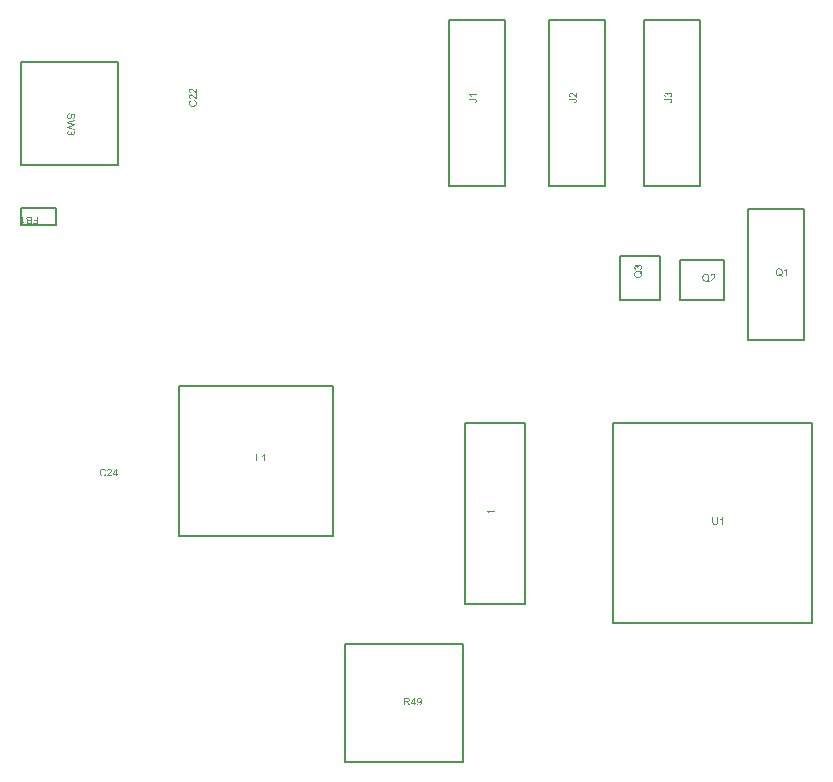
<source format=gbr>
G04*
G04 #@! TF.GenerationSoftware,Altium Limited,Altium Designer,25.5.2 (35)*
G04*
G04 Layer_Color=16711935*
%FSLAX25Y25*%
%MOIN*%
G70*
G04*
G04 #@! TF.SameCoordinates,5858FFA7-226C-4CE8-8668-B70CF27CC624*
G04*
G04*
G04 #@! TF.FilePolarity,Positive*
G04*
G01*
G75*
%ADD15C,0.00787*%
G36*
X223917Y141564D02*
X221948D01*
X221952Y141560D01*
X221966Y141542D01*
X221988Y141520D01*
X222014Y141484D01*
X222046Y141444D01*
X222083Y141393D01*
X222123Y141334D01*
X222163Y141269D01*
Y141265D01*
X222166Y141261D01*
X222181Y141240D01*
X222199Y141203D01*
X222221Y141160D01*
X222247Y141109D01*
X222272Y141054D01*
X222298Y140999D01*
X222319Y140945D01*
X222021D01*
Y140948D01*
X222014Y140956D01*
X222010Y140970D01*
X221999Y140989D01*
X221988Y141010D01*
X221974Y141036D01*
X221937Y141098D01*
X221897Y141171D01*
X221846Y141243D01*
X221788Y141320D01*
X221726Y141396D01*
X221723Y141400D01*
X221719Y141403D01*
X221708Y141414D01*
X221697Y141429D01*
X221661Y141462D01*
X221617Y141505D01*
X221566Y141549D01*
X221508Y141596D01*
X221449Y141636D01*
X221388Y141673D01*
Y141873D01*
X223917D01*
Y141564D01*
D02*
G37*
G36*
X298437Y138161D02*
Y138157D01*
Y138143D01*
Y138124D01*
Y138099D01*
X298433Y138066D01*
Y138030D01*
X298430Y137986D01*
X298426Y137942D01*
X298415Y137844D01*
X298400Y137742D01*
X298379Y137644D01*
X298364Y137596D01*
X298349Y137553D01*
Y137549D01*
X298346Y137542D01*
X298339Y137531D01*
X298331Y137516D01*
X298309Y137476D01*
X298277Y137425D01*
X298233Y137367D01*
X298182Y137309D01*
X298116Y137247D01*
X298037Y137192D01*
X298033D01*
X298025Y137185D01*
X298015Y137181D01*
X297996Y137171D01*
X297975Y137160D01*
X297945Y137149D01*
X297916Y137138D01*
X297880Y137123D01*
X297840Y137109D01*
X297796Y137098D01*
X297749Y137087D01*
X297694Y137076D01*
X297640Y137069D01*
X297581Y137061D01*
X297450Y137054D01*
X297418D01*
X297392Y137058D01*
X297363D01*
X297327Y137061D01*
X297287Y137065D01*
X297247Y137069D01*
X297156Y137083D01*
X297057Y137105D01*
X296963Y137134D01*
X296872Y137174D01*
X296868D01*
X296861Y137181D01*
X296850Y137189D01*
X296835Y137196D01*
X296795Y137225D01*
X296748Y137265D01*
X296693Y137316D01*
X296642Y137374D01*
X296591Y137447D01*
X296551Y137527D01*
Y137531D01*
X296548Y137538D01*
X296544Y137553D01*
X296537Y137571D01*
X296530Y137593D01*
X296522Y137622D01*
X296511Y137655D01*
X296504Y137695D01*
X296497Y137739D01*
X296486Y137786D01*
X296479Y137837D01*
X296471Y137891D01*
X296464Y137953D01*
X296460Y138019D01*
X296457Y138088D01*
Y138161D01*
Y139617D01*
X296792D01*
Y138161D01*
Y138157D01*
Y138146D01*
Y138128D01*
Y138106D01*
X296795Y138081D01*
Y138048D01*
X296799Y137979D01*
X296806Y137899D01*
X296817Y137819D01*
X296832Y137742D01*
X296839Y137709D01*
X296850Y137677D01*
X296853Y137669D01*
X296861Y137651D01*
X296879Y137626D01*
X296901Y137589D01*
X296926Y137553D01*
X296963Y137513D01*
X297006Y137473D01*
X297057Y137440D01*
X297065Y137436D01*
X297083Y137425D01*
X297115Y137415D01*
X297159Y137400D01*
X297210Y137382D01*
X297276Y137371D01*
X297345Y137360D01*
X297421Y137356D01*
X297458D01*
X297480Y137360D01*
X297512D01*
X297545Y137364D01*
X297625Y137378D01*
X297712Y137396D01*
X297796Y137425D01*
X297876Y137466D01*
X297913Y137491D01*
X297945Y137520D01*
X297949Y137524D01*
X297953Y137527D01*
X297960Y137538D01*
X297971Y137553D01*
X297982Y137575D01*
X297996Y137596D01*
X298011Y137629D01*
X298025Y137662D01*
X298040Y137702D01*
X298051Y137749D01*
X298066Y137804D01*
X298077Y137862D01*
X298087Y137928D01*
X298095Y137997D01*
X298102Y138077D01*
Y138161D01*
Y139617D01*
X298437D01*
Y138161D01*
D02*
G37*
G36*
X300031Y137098D02*
X299722D01*
Y139067D01*
X299718Y139063D01*
X299700Y139049D01*
X299678Y139027D01*
X299642Y139002D01*
X299602Y138969D01*
X299551Y138932D01*
X299493Y138892D01*
X299427Y138852D01*
X299423D01*
X299420Y138849D01*
X299398Y138834D01*
X299361Y138816D01*
X299318Y138794D01*
X299267Y138769D01*
X299212Y138743D01*
X299158Y138718D01*
X299103Y138696D01*
Y138994D01*
X299107D01*
X299114Y139002D01*
X299129Y139005D01*
X299147Y139016D01*
X299168Y139027D01*
X299194Y139042D01*
X299256Y139078D01*
X299329Y139118D01*
X299401Y139169D01*
X299478Y139227D01*
X299554Y139289D01*
X299558Y139293D01*
X299562Y139296D01*
X299572Y139307D01*
X299587Y139318D01*
X299620Y139355D01*
X299663Y139398D01*
X299707Y139449D01*
X299755Y139507D01*
X299795Y139566D01*
X299831Y139628D01*
X300031D01*
Y137098D01*
D02*
G37*
G36*
X217968Y280417D02*
X215999D01*
X216003Y280413D01*
X216017Y280395D01*
X216039Y280373D01*
X216064Y280337D01*
X216097Y280297D01*
X216134Y280246D01*
X216174Y280187D01*
X216214Y280122D01*
Y280118D01*
X216217Y280115D01*
X216232Y280093D01*
X216250Y280056D01*
X216272Y280013D01*
X216297Y279962D01*
X216323Y279907D01*
X216348Y279853D01*
X216370Y279798D01*
X216072D01*
Y279802D01*
X216064Y279809D01*
X216061Y279823D01*
X216050Y279842D01*
X216039Y279863D01*
X216024Y279889D01*
X215988Y279951D01*
X215948Y280024D01*
X215897Y280096D01*
X215839Y280173D01*
X215777Y280249D01*
X215773Y280253D01*
X215770Y280257D01*
X215759Y280268D01*
X215748Y280282D01*
X215711Y280315D01*
X215668Y280358D01*
X215617Y280402D01*
X215559Y280449D01*
X215500Y280489D01*
X215438Y280526D01*
Y280726D01*
X217968D01*
Y280417D01*
D02*
G37*
G36*
X217247Y279139D02*
X217277D01*
X217346Y279132D01*
X217426Y279124D01*
X217510Y279110D01*
X217586Y279088D01*
X217659Y279063D01*
X217662D01*
X217666Y279059D01*
X217688Y279048D01*
X217717Y279030D01*
X217757Y279004D01*
X217797Y278968D01*
X217841Y278928D01*
X217884Y278877D01*
X217921Y278819D01*
X217924Y278812D01*
X217935Y278790D01*
X217950Y278757D01*
X217965Y278710D01*
X217983Y278651D01*
X217997Y278586D01*
X218008Y278513D01*
X218012Y278433D01*
Y278400D01*
X218008Y278378D01*
X218005Y278349D01*
X218001Y278320D01*
X217986Y278244D01*
X217965Y278164D01*
X217932Y278080D01*
X217910Y278036D01*
X217884Y277996D01*
X217855Y277960D01*
X217823Y277923D01*
X217819Y277920D01*
X217815Y277916D01*
X217801Y277909D01*
X217786Y277898D01*
X217768Y277883D01*
X217742Y277869D01*
X217713Y277854D01*
X217681Y277836D01*
X217644Y277821D01*
X217600Y277807D01*
X217557Y277792D01*
X217506Y277778D01*
X217451Y277770D01*
X217389Y277760D01*
X217327Y277756D01*
X217258D01*
X217215Y278058D01*
X217218D01*
X217226D01*
X217240D01*
X217262Y278062D01*
X217284Y278065D01*
X217309D01*
X217371Y278076D01*
X217437Y278087D01*
X217502Y278109D01*
X217561Y278131D01*
X217586Y278145D01*
X217608Y278164D01*
X217612Y278167D01*
X217622Y278182D01*
X217641Y278204D01*
X217659Y278233D01*
X217681Y278273D01*
X217695Y278316D01*
X217710Y278371D01*
X217713Y278429D01*
Y278451D01*
X217710Y278473D01*
X217706Y278506D01*
X217699Y278538D01*
X217691Y278575D01*
X217677Y278611D01*
X217659Y278648D01*
X217655Y278651D01*
X217648Y278662D01*
X217633Y278677D01*
X217619Y278699D01*
X217593Y278717D01*
X217568Y278739D01*
X217539Y278757D01*
X217502Y278771D01*
X217499D01*
X217484Y278779D01*
X217459Y278782D01*
X217426Y278790D01*
X217382Y278797D01*
X217327Y278801D01*
X217262Y278808D01*
X217186D01*
X215449D01*
Y279143D01*
X217167D01*
X217171D01*
X217182D01*
X217196D01*
X217218D01*
X217247Y279139D01*
D02*
G37*
G36*
X93473Y155851D02*
X93506Y155847D01*
X93546Y155843D01*
X93586Y155840D01*
X93633Y155829D01*
X93731Y155807D01*
X93840Y155774D01*
X93895Y155752D01*
X93946Y155727D01*
X93997Y155694D01*
X94048Y155661D01*
X94052Y155658D01*
X94059Y155654D01*
X94073Y155643D01*
X94092Y155625D01*
X94110Y155607D01*
X94135Y155581D01*
X94161Y155552D01*
X94190Y155523D01*
X94219Y155487D01*
X94248Y155443D01*
X94281Y155399D01*
X94310Y155352D01*
X94336Y155297D01*
X94365Y155243D01*
X94387Y155184D01*
X94408Y155119D01*
X94081Y155043D01*
Y155046D01*
X94077Y155053D01*
X94070Y155068D01*
X94063Y155086D01*
X94055Y155108D01*
X94044Y155137D01*
X94015Y155195D01*
X93979Y155261D01*
X93935Y155326D01*
X93881Y155388D01*
X93822Y155443D01*
X93815Y155450D01*
X93793Y155465D01*
X93757Y155483D01*
X93709Y155508D01*
X93648Y155530D01*
X93578Y155552D01*
X93495Y155567D01*
X93404Y155570D01*
X93375D01*
X93356Y155567D01*
X93331D01*
X93302Y155563D01*
X93233Y155552D01*
X93156Y155537D01*
X93076Y155512D01*
X92992Y155476D01*
X92916Y155428D01*
X92912D01*
X92909Y155421D01*
X92883Y155403D01*
X92850Y155374D01*
X92810Y155330D01*
X92763Y155275D01*
X92719Y155214D01*
X92679Y155137D01*
X92643Y155053D01*
Y155050D01*
X92639Y155043D01*
X92636Y155032D01*
X92632Y155013D01*
X92625Y154991D01*
X92617Y154966D01*
X92607Y154904D01*
X92592Y154831D01*
X92577Y154751D01*
X92570Y154664D01*
X92567Y154569D01*
Y154566D01*
Y154555D01*
Y154536D01*
Y154515D01*
X92570Y154489D01*
Y154456D01*
X92574Y154420D01*
X92577Y154380D01*
X92588Y154293D01*
X92607Y154198D01*
X92628Y154103D01*
X92658Y154009D01*
Y154005D01*
X92661Y153998D01*
X92668Y153987D01*
X92676Y153969D01*
X92698Y153925D01*
X92730Y153874D01*
X92770Y153816D01*
X92821Y153754D01*
X92880Y153699D01*
X92949Y153648D01*
X92952D01*
X92960Y153645D01*
X92971Y153638D01*
X92985Y153630D01*
X93003Y153623D01*
X93025Y153612D01*
X93076Y153590D01*
X93142Y153568D01*
X93214Y153550D01*
X93295Y153535D01*
X93378Y153532D01*
X93404D01*
X93426Y153535D01*
X93451D01*
X93476Y153539D01*
X93542Y153554D01*
X93619Y153572D01*
X93695Y153601D01*
X93775Y153641D01*
X93815Y153663D01*
X93851Y153692D01*
X93855Y153696D01*
X93859Y153699D01*
X93870Y153710D01*
X93884Y153721D01*
X93899Y153739D01*
X93917Y153761D01*
X93939Y153783D01*
X93957Y153812D01*
X93979Y153845D01*
X94004Y153881D01*
X94026Y153918D01*
X94048Y153961D01*
X94066Y154009D01*
X94084Y154060D01*
X94103Y154114D01*
X94117Y154173D01*
X94452Y154089D01*
Y154085D01*
X94448Y154071D01*
X94441Y154049D01*
X94430Y154020D01*
X94419Y153987D01*
X94405Y153947D01*
X94387Y153903D01*
X94365Y153856D01*
X94314Y153754D01*
X94248Y153652D01*
X94208Y153601D01*
X94168Y153550D01*
X94124Y153506D01*
X94073Y153463D01*
X94070Y153459D01*
X94063Y153452D01*
X94044Y153445D01*
X94026Y153430D01*
X93997Y153412D01*
X93968Y153394D01*
X93928Y153375D01*
X93888Y153357D01*
X93840Y153335D01*
X93790Y153317D01*
X93735Y153299D01*
X93677Y153281D01*
X93615Y153266D01*
X93549Y153259D01*
X93480Y153252D01*
X93407Y153248D01*
X93367D01*
X93338Y153252D01*
X93305D01*
X93265Y153255D01*
X93222Y153262D01*
X93171Y153270D01*
X93065Y153288D01*
X92956Y153317D01*
X92847Y153357D01*
X92796Y153383D01*
X92745Y153412D01*
X92741Y153415D01*
X92734Y153419D01*
X92719Y153430D01*
X92705Y153445D01*
X92683Y153459D01*
X92658Y153481D01*
X92628Y153506D01*
X92599Y153535D01*
X92570Y153568D01*
X92537Y153601D01*
X92472Y153685D01*
X92410Y153783D01*
X92355Y153892D01*
Y153896D01*
X92348Y153907D01*
X92344Y153925D01*
X92334Y153947D01*
X92326Y153976D01*
X92315Y154012D01*
X92301Y154052D01*
X92290Y154096D01*
X92279Y154143D01*
X92264Y154198D01*
X92246Y154311D01*
X92232Y154438D01*
X92224Y154569D01*
Y154573D01*
Y154587D01*
Y154609D01*
X92228Y154635D01*
Y154671D01*
X92232Y154708D01*
X92235Y154755D01*
X92243Y154802D01*
X92261Y154908D01*
X92286Y155024D01*
X92323Y155141D01*
X92374Y155254D01*
X92377Y155257D01*
X92381Y155268D01*
X92388Y155283D01*
X92403Y155301D01*
X92417Y155326D01*
X92435Y155356D01*
X92483Y155421D01*
X92545Y155494D01*
X92617Y155567D01*
X92701Y155640D01*
X92800Y155701D01*
X92803Y155705D01*
X92814Y155709D01*
X92829Y155716D01*
X92847Y155727D01*
X92876Y155738D01*
X92905Y155749D01*
X92941Y155763D01*
X92981Y155778D01*
X93025Y155792D01*
X93072Y155807D01*
X93174Y155829D01*
X93291Y155847D01*
X93411Y155854D01*
X93447D01*
X93473Y155851D01*
D02*
G37*
G36*
X97994Y154180D02*
X98336D01*
Y153896D01*
X97994D01*
Y153292D01*
X97684D01*
Y153896D01*
X96589D01*
Y154180D01*
X97743Y155810D01*
X97994D01*
Y154180D01*
D02*
G37*
G36*
X95631Y155818D02*
X95661Y155814D01*
X95697Y155810D01*
X95737Y155803D01*
X95777Y155796D01*
X95872Y155771D01*
X95966Y155734D01*
X96014Y155712D01*
X96061Y155687D01*
X96105Y155654D01*
X96145Y155618D01*
X96148Y155614D01*
X96156Y155610D01*
X96163Y155596D01*
X96177Y155581D01*
X96196Y155563D01*
X96214Y155537D01*
X96232Y155512D01*
X96254Y155479D01*
X96290Y155410D01*
X96327Y155323D01*
X96341Y155279D01*
X96349Y155228D01*
X96356Y155177D01*
X96359Y155123D01*
Y155115D01*
Y155097D01*
X96356Y155068D01*
X96352Y155028D01*
X96345Y154984D01*
X96330Y154933D01*
X96316Y154879D01*
X96294Y154824D01*
X96290Y154817D01*
X96283Y154799D01*
X96268Y154770D01*
X96247Y154729D01*
X96217Y154686D01*
X96181Y154631D01*
X96137Y154577D01*
X96086Y154515D01*
X96079Y154507D01*
X96061Y154486D01*
X96043Y154467D01*
X96025Y154449D01*
X96003Y154427D01*
X95974Y154398D01*
X95944Y154369D01*
X95908Y154336D01*
X95872Y154300D01*
X95828Y154260D01*
X95781Y154220D01*
X95730Y154173D01*
X95671Y154125D01*
X95613Y154074D01*
X95610Y154071D01*
X95602Y154063D01*
X95588Y154052D01*
X95569Y154038D01*
X95548Y154016D01*
X95522Y153994D01*
X95464Y153947D01*
X95402Y153892D01*
X95344Y153838D01*
X95293Y153790D01*
X95271Y153772D01*
X95253Y153754D01*
X95249Y153750D01*
X95238Y153739D01*
X95224Y153725D01*
X95205Y153703D01*
X95187Y153677D01*
X95165Y153652D01*
X95122Y153590D01*
X96363D01*
Y153292D01*
X94692D01*
Y153295D01*
Y153310D01*
Y153332D01*
X94696Y153361D01*
X94700Y153394D01*
X94707Y153430D01*
X94714Y153466D01*
X94729Y153506D01*
Y153510D01*
X94732Y153514D01*
X94740Y153535D01*
X94754Y153568D01*
X94776Y153612D01*
X94805Y153663D01*
X94841Y153721D01*
X94882Y153779D01*
X94933Y153841D01*
Y153845D01*
X94940Y153849D01*
X94958Y153870D01*
X94991Y153903D01*
X95038Y153951D01*
X95093Y154005D01*
X95162Y154071D01*
X95246Y154143D01*
X95337Y154220D01*
X95340Y154224D01*
X95355Y154234D01*
X95377Y154253D01*
X95402Y154274D01*
X95435Y154304D01*
X95475Y154336D01*
X95515Y154373D01*
X95562Y154413D01*
X95653Y154500D01*
X95744Y154587D01*
X95788Y154631D01*
X95828Y154675D01*
X95864Y154715D01*
X95894Y154755D01*
Y154759D01*
X95901Y154762D01*
X95908Y154773D01*
X95915Y154788D01*
X95941Y154828D01*
X95970Y154875D01*
X95995Y154933D01*
X96021Y154995D01*
X96035Y155064D01*
X96043Y155130D01*
Y155133D01*
Y155137D01*
X96039Y155159D01*
X96035Y155195D01*
X96025Y155235D01*
X96010Y155286D01*
X95985Y155337D01*
X95952Y155388D01*
X95908Y155439D01*
X95901Y155447D01*
X95883Y155461D01*
X95857Y155479D01*
X95817Y155505D01*
X95766Y155527D01*
X95708Y155549D01*
X95639Y155563D01*
X95562Y155567D01*
X95540D01*
X95526Y155563D01*
X95482Y155559D01*
X95431Y155549D01*
X95377Y155534D01*
X95315Y155508D01*
X95257Y155476D01*
X95202Y155432D01*
X95195Y155425D01*
X95180Y155406D01*
X95158Y155377D01*
X95136Y155334D01*
X95111Y155283D01*
X95089Y155217D01*
X95074Y155144D01*
X95067Y155061D01*
X94750Y155094D01*
Y155097D01*
X94754Y155108D01*
Y155126D01*
X94758Y155152D01*
X94765Y155181D01*
X94772Y155214D01*
X94783Y155254D01*
X94794Y155294D01*
X94823Y155381D01*
X94867Y155468D01*
X94893Y155512D01*
X94925Y155556D01*
X94958Y155596D01*
X94994Y155632D01*
X94998Y155636D01*
X95005Y155640D01*
X95016Y155650D01*
X95034Y155661D01*
X95056Y155676D01*
X95082Y155690D01*
X95111Y155709D01*
X95147Y155727D01*
X95187Y155745D01*
X95231Y155763D01*
X95278Y155778D01*
X95329Y155792D01*
X95384Y155803D01*
X95442Y155814D01*
X95504Y155818D01*
X95569Y155822D01*
X95606D01*
X95631Y155818D01*
D02*
G37*
G36*
X282339Y281210D02*
X282368Y281207D01*
X282401Y281199D01*
X282438Y281192D01*
X282478Y281185D01*
X282565Y281156D01*
X282612Y281134D01*
X282656Y281112D01*
X282703Y281083D01*
X282751Y281050D01*
X282798Y281014D01*
X282842Y280970D01*
X282845Y280966D01*
X282853Y280959D01*
X282863Y280944D01*
X282878Y280926D01*
X282896Y280905D01*
X282914Y280875D01*
X282936Y280843D01*
X282954Y280802D01*
X282976Y280763D01*
X282998Y280715D01*
X283016Y280668D01*
X283034Y280613D01*
X283049Y280555D01*
X283060Y280493D01*
X283067Y280431D01*
X283071Y280362D01*
Y280329D01*
X283067Y280308D01*
X283064Y280278D01*
X283060Y280246D01*
X283053Y280209D01*
X283045Y280169D01*
X283024Y280082D01*
X282987Y279991D01*
X282965Y279943D01*
X282940Y279900D01*
X282907Y279856D01*
X282874Y279813D01*
X282871Y279809D01*
X282863Y279802D01*
X282853Y279791D01*
X282838Y279780D01*
X282820Y279762D01*
X282794Y279743D01*
X282769Y279721D01*
X282736Y279700D01*
X282700Y279678D01*
X282663Y279656D01*
X282576Y279616D01*
X282474Y279583D01*
X282419Y279572D01*
X282361Y279565D01*
X282321Y279874D01*
X282325D01*
X282332Y279878D01*
X282347Y279882D01*
X282365Y279885D01*
X282387Y279889D01*
X282412Y279896D01*
X282467Y279914D01*
X282532Y279940D01*
X282594Y279973D01*
X282652Y280009D01*
X282703Y280053D01*
X282707Y280060D01*
X282721Y280075D01*
X282740Y280104D01*
X282758Y280140D01*
X282780Y280184D01*
X282798Y280238D01*
X282812Y280300D01*
X282816Y280366D01*
Y280388D01*
X282812Y280402D01*
X282809Y280442D01*
X282798Y280493D01*
X282780Y280551D01*
X282754Y280613D01*
X282718Y280675D01*
X282667Y280733D01*
X282660Y280741D01*
X282638Y280759D01*
X282605Y280781D01*
X282561Y280810D01*
X282507Y280839D01*
X282445Y280861D01*
X282372Y280879D01*
X282292Y280886D01*
X282288D01*
X282281D01*
X282270D01*
X282256Y280883D01*
X282215Y280879D01*
X282168Y280868D01*
X282110Y280854D01*
X282052Y280828D01*
X281994Y280792D01*
X281939Y280744D01*
X281932Y280737D01*
X281917Y280719D01*
X281895Y280690D01*
X281870Y280650D01*
X281844Y280599D01*
X281822Y280537D01*
X281808Y280468D01*
X281801Y280391D01*
Y280359D01*
X281804Y280333D01*
X281808Y280300D01*
X281815Y280264D01*
X281822Y280220D01*
X281833Y280173D01*
X281560Y280209D01*
Y280227D01*
X281564Y280242D01*
Y280289D01*
X281557Y280329D01*
X281549Y280377D01*
X281539Y280431D01*
X281520Y280493D01*
X281495Y280551D01*
X281462Y280613D01*
Y280617D01*
X281458Y280621D01*
X281444Y280639D01*
X281418Y280664D01*
X281386Y280693D01*
X281338Y280722D01*
X281284Y280748D01*
X281222Y280766D01*
X281185Y280773D01*
X281145D01*
X281142D01*
X281138D01*
X281116D01*
X281087Y280766D01*
X281047Y280759D01*
X281003Y280744D01*
X280956Y280726D01*
X280909Y280697D01*
X280865Y280657D01*
X280861Y280653D01*
X280847Y280635D01*
X280829Y280610D01*
X280807Y280577D01*
X280789Y280533D01*
X280770Y280482D01*
X280756Y280424D01*
X280752Y280359D01*
Y280329D01*
X280760Y280297D01*
X280767Y280253D01*
X280781Y280206D01*
X280800Y280158D01*
X280829Y280107D01*
X280865Y280060D01*
X280869Y280056D01*
X280887Y280042D01*
X280912Y280020D01*
X280949Y279995D01*
X280996Y279969D01*
X281054Y279943D01*
X281123Y279922D01*
X281204Y279907D01*
X281149Y279598D01*
X281145D01*
X281134Y279601D01*
X281120Y279605D01*
X281098Y279609D01*
X281073Y279616D01*
X281043Y279627D01*
X280974Y279649D01*
X280894Y279685D01*
X280814Y279729D01*
X280738Y279783D01*
X280668Y279853D01*
X280665Y279856D01*
X280661Y279863D01*
X280654Y279874D01*
X280643Y279889D01*
X280628Y279907D01*
X280614Y279933D01*
X280599Y279958D01*
X280581Y279991D01*
X280552Y280064D01*
X280523Y280147D01*
X280505Y280246D01*
X280497Y280297D01*
Y280388D01*
X280501Y280428D01*
X280508Y280475D01*
X280519Y280533D01*
X280538Y280599D01*
X280559Y280664D01*
X280588Y280730D01*
Y280733D01*
X280592Y280737D01*
X280603Y280759D01*
X280625Y280792D01*
X280650Y280828D01*
X280687Y280872D01*
X280727Y280915D01*
X280774Y280959D01*
X280829Y280995D01*
X280836Y280999D01*
X280854Y281010D01*
X280887Y281025D01*
X280927Y281043D01*
X280974Y281061D01*
X281029Y281076D01*
X281091Y281086D01*
X281153Y281090D01*
X281160D01*
X281182D01*
X281211Y281086D01*
X281251Y281079D01*
X281298Y281068D01*
X281349Y281050D01*
X281400Y281028D01*
X281451Y280999D01*
X281458Y280995D01*
X281473Y280984D01*
X281498Y280963D01*
X281528Y280934D01*
X281560Y280897D01*
X281597Y280854D01*
X281629Y280802D01*
X281662Y280741D01*
Y280744D01*
X281666Y280752D01*
X281669Y280763D01*
X281673Y280777D01*
X281688Y280817D01*
X281710Y280868D01*
X281739Y280926D01*
X281775Y280984D01*
X281822Y281039D01*
X281877Y281090D01*
X281884Y281094D01*
X281906Y281108D01*
X281943Y281130D01*
X281990Y281152D01*
X282048Y281174D01*
X282117Y281196D01*
X282197Y281210D01*
X282285Y281214D01*
X282288D01*
X282299D01*
X282317D01*
X282339Y281210D01*
D02*
G37*
G36*
X282307Y279139D02*
X282336D01*
X282405Y279132D01*
X282485Y279124D01*
X282569Y279110D01*
X282645Y279088D01*
X282718Y279063D01*
X282721D01*
X282725Y279059D01*
X282747Y279048D01*
X282776Y279030D01*
X282816Y279004D01*
X282856Y278968D01*
X282900Y278928D01*
X282944Y278877D01*
X282980Y278819D01*
X282984Y278812D01*
X282995Y278790D01*
X283009Y278757D01*
X283024Y278710D01*
X283042Y278651D01*
X283056Y278586D01*
X283067Y278513D01*
X283071Y278433D01*
Y278400D01*
X283067Y278378D01*
X283064Y278349D01*
X283060Y278320D01*
X283045Y278244D01*
X283024Y278164D01*
X282991Y278080D01*
X282969Y278036D01*
X282944Y277996D01*
X282914Y277960D01*
X282882Y277923D01*
X282878Y277920D01*
X282874Y277916D01*
X282860Y277909D01*
X282845Y277898D01*
X282827Y277883D01*
X282802Y277869D01*
X282772Y277854D01*
X282740Y277836D01*
X282703Y277821D01*
X282660Y277807D01*
X282616Y277792D01*
X282565Y277778D01*
X282510Y277770D01*
X282449Y277760D01*
X282387Y277756D01*
X282317D01*
X282274Y278058D01*
X282277D01*
X282285D01*
X282299D01*
X282321Y278062D01*
X282343Y278065D01*
X282368D01*
X282430Y278076D01*
X282496Y278087D01*
X282561Y278109D01*
X282620Y278131D01*
X282645Y278145D01*
X282667Y278164D01*
X282670Y278167D01*
X282681Y278182D01*
X282700Y278204D01*
X282718Y278233D01*
X282740Y278273D01*
X282754Y278316D01*
X282769Y278371D01*
X282772Y278429D01*
Y278451D01*
X282769Y278473D01*
X282765Y278506D01*
X282758Y278538D01*
X282751Y278575D01*
X282736Y278611D01*
X282718Y278648D01*
X282714Y278651D01*
X282707Y278662D01*
X282692Y278677D01*
X282678Y278699D01*
X282652Y278717D01*
X282627Y278739D01*
X282598Y278757D01*
X282561Y278771D01*
X282558D01*
X282543Y278779D01*
X282518Y278782D01*
X282485Y278790D01*
X282441Y278797D01*
X282387Y278801D01*
X282321Y278808D01*
X282245D01*
X280508D01*
Y279143D01*
X282226D01*
X282230D01*
X282241D01*
X282256D01*
X282277D01*
X282307Y279139D01*
D02*
G37*
G36*
X251236Y279518D02*
X251232D01*
X251218D01*
X251196D01*
X251167Y279521D01*
X251134Y279525D01*
X251098Y279532D01*
X251061Y279539D01*
X251021Y279554D01*
X251017D01*
X251014Y279558D01*
X250992Y279565D01*
X250959Y279579D01*
X250916Y279601D01*
X250865Y279630D01*
X250806Y279667D01*
X250748Y279707D01*
X250686Y279758D01*
X250683D01*
X250679Y279765D01*
X250657Y279783D01*
X250624Y279816D01*
X250577Y279863D01*
X250522Y279918D01*
X250457Y279987D01*
X250384Y280071D01*
X250308Y280162D01*
X250304Y280166D01*
X250293Y280180D01*
X250275Y280202D01*
X250253Y280227D01*
X250224Y280260D01*
X250191Y280300D01*
X250155Y280340D01*
X250115Y280388D01*
X250027Y280479D01*
X249940Y280570D01*
X249896Y280613D01*
X249853Y280653D01*
X249813Y280690D01*
X249773Y280719D01*
X249769D01*
X249765Y280726D01*
X249754Y280733D01*
X249740Y280741D01*
X249700Y280766D01*
X249653Y280795D01*
X249594Y280821D01*
X249532Y280846D01*
X249463Y280861D01*
X249398Y280868D01*
X249394D01*
X249390D01*
X249369Y280864D01*
X249332Y280861D01*
X249292Y280850D01*
X249241Y280835D01*
X249190Y280810D01*
X249139Y280777D01*
X249088Y280733D01*
X249081Y280726D01*
X249066Y280708D01*
X249048Y280682D01*
X249023Y280642D01*
X249001Y280591D01*
X248979Y280533D01*
X248965Y280464D01*
X248961Y280388D01*
Y280366D01*
X248965Y280351D01*
X248968Y280308D01*
X248979Y280257D01*
X248994Y280202D01*
X249019Y280140D01*
X249052Y280082D01*
X249096Y280027D01*
X249103Y280020D01*
X249121Y280005D01*
X249150Y279983D01*
X249194Y279962D01*
X249245Y279936D01*
X249310Y279914D01*
X249383Y279900D01*
X249467Y279892D01*
X249434Y279576D01*
X249430D01*
X249419Y279579D01*
X249401D01*
X249376Y279583D01*
X249347Y279590D01*
X249314Y279598D01*
X249274Y279609D01*
X249234Y279620D01*
X249147Y279649D01*
X249059Y279692D01*
X249015Y279718D01*
X248972Y279751D01*
X248932Y279783D01*
X248895Y279820D01*
X248892Y279823D01*
X248888Y279831D01*
X248877Y279842D01*
X248866Y279860D01*
X248852Y279882D01*
X248837Y279907D01*
X248819Y279936D01*
X248801Y279973D01*
X248782Y280013D01*
X248764Y280056D01*
X248750Y280104D01*
X248735Y280155D01*
X248724Y280209D01*
X248713Y280268D01*
X248710Y280329D01*
X248706Y280395D01*
Y280431D01*
X248710Y280457D01*
X248713Y280486D01*
X248717Y280522D01*
X248724Y280562D01*
X248732Y280602D01*
X248757Y280697D01*
X248793Y280792D01*
X248815Y280839D01*
X248841Y280886D01*
X248873Y280930D01*
X248910Y280970D01*
X248914Y280974D01*
X248917Y280981D01*
X248932Y280988D01*
X248946Y281003D01*
X248965Y281021D01*
X248990Y281039D01*
X249015Y281057D01*
X249048Y281079D01*
X249117Y281116D01*
X249205Y281152D01*
X249249Y281167D01*
X249299Y281174D01*
X249350Y281181D01*
X249405Y281185D01*
X249412D01*
X249430D01*
X249460Y281181D01*
X249500Y281177D01*
X249543Y281170D01*
X249594Y281156D01*
X249649Y281141D01*
X249704Y281119D01*
X249711Y281116D01*
X249729Y281108D01*
X249758Y281094D01*
X249798Y281072D01*
X249842Y281043D01*
X249896Y281006D01*
X249951Y280963D01*
X250013Y280912D01*
X250020Y280905D01*
X250042Y280886D01*
X250060Y280868D01*
X250078Y280850D01*
X250100Y280828D01*
X250129Y280799D01*
X250158Y280770D01*
X250191Y280733D01*
X250228Y280697D01*
X250268Y280653D01*
X250308Y280606D01*
X250355Y280555D01*
X250402Y280497D01*
X250453Y280438D01*
X250457Y280435D01*
X250464Y280428D01*
X250475Y280413D01*
X250490Y280395D01*
X250512Y280373D01*
X250533Y280347D01*
X250581Y280289D01*
X250635Y280227D01*
X250690Y280169D01*
X250737Y280118D01*
X250755Y280096D01*
X250774Y280078D01*
X250777Y280075D01*
X250788Y280064D01*
X250803Y280049D01*
X250825Y280031D01*
X250850Y280013D01*
X250875Y279991D01*
X250937Y279947D01*
Y281188D01*
X251236D01*
Y279518D01*
D02*
G37*
G36*
X250515Y279139D02*
X250544D01*
X250613Y279132D01*
X250693Y279124D01*
X250777Y279110D01*
X250854Y279088D01*
X250926Y279063D01*
X250930D01*
X250934Y279059D01*
X250956Y279048D01*
X250985Y279030D01*
X251025Y279004D01*
X251065Y278968D01*
X251109Y278928D01*
X251152Y278877D01*
X251189Y278819D01*
X251192Y278812D01*
X251203Y278790D01*
X251218Y278757D01*
X251232Y278710D01*
X251251Y278651D01*
X251265Y278586D01*
X251276Y278513D01*
X251280Y278433D01*
Y278400D01*
X251276Y278378D01*
X251272Y278349D01*
X251269Y278320D01*
X251254Y278244D01*
X251232Y278164D01*
X251200Y278080D01*
X251178Y278036D01*
X251152Y277996D01*
X251123Y277960D01*
X251090Y277923D01*
X251087Y277920D01*
X251083Y277916D01*
X251068Y277909D01*
X251054Y277898D01*
X251036Y277883D01*
X251010Y277869D01*
X250981Y277854D01*
X250948Y277836D01*
X250912Y277821D01*
X250868Y277807D01*
X250825Y277792D01*
X250774Y277778D01*
X250719Y277770D01*
X250657Y277760D01*
X250595Y277756D01*
X250526D01*
X250482Y278058D01*
X250486D01*
X250493D01*
X250508D01*
X250530Y278062D01*
X250552Y278065D01*
X250577D01*
X250639Y278076D01*
X250704Y278087D01*
X250770Y278109D01*
X250828Y278131D01*
X250854Y278145D01*
X250875Y278164D01*
X250879Y278167D01*
X250890Y278182D01*
X250908Y278204D01*
X250926Y278233D01*
X250948Y278273D01*
X250963Y278316D01*
X250977Y278371D01*
X250981Y278429D01*
Y278451D01*
X250977Y278473D01*
X250974Y278506D01*
X250967Y278538D01*
X250959Y278575D01*
X250945Y278611D01*
X250926Y278648D01*
X250923Y278651D01*
X250916Y278662D01*
X250901Y278677D01*
X250887Y278699D01*
X250861Y278717D01*
X250835Y278739D01*
X250806Y278757D01*
X250770Y278771D01*
X250766D01*
X250752Y278779D01*
X250726Y278782D01*
X250693Y278790D01*
X250650Y278797D01*
X250595Y278801D01*
X250530Y278808D01*
X250453D01*
X248717D01*
Y279143D01*
X250435D01*
X250439D01*
X250450D01*
X250464D01*
X250486D01*
X250515Y279139D01*
D02*
G37*
G36*
X321434Y220085D02*
X321125D01*
Y222055D01*
X321121Y222051D01*
X321103Y222036D01*
X321081Y222015D01*
X321045Y221989D01*
X321005Y221956D01*
X320954Y221920D01*
X320895Y221880D01*
X320830Y221840D01*
X320826D01*
X320823Y221836D01*
X320801Y221822D01*
X320764Y221803D01*
X320721Y221782D01*
X320670Y221756D01*
X320615Y221731D01*
X320561Y221705D01*
X320506Y221683D01*
Y221982D01*
X320510D01*
X320517Y221989D01*
X320531Y221993D01*
X320550Y222004D01*
X320571Y222015D01*
X320597Y222029D01*
X320659Y222065D01*
X320732Y222106D01*
X320804Y222157D01*
X320881Y222215D01*
X320957Y222277D01*
X320961Y222280D01*
X320965Y222284D01*
X320975Y222295D01*
X320990Y222306D01*
X321023Y222342D01*
X321066Y222386D01*
X321110Y222437D01*
X321158Y222495D01*
X321198Y222553D01*
X321234Y222615D01*
X321434D01*
Y220085D01*
D02*
G37*
G36*
X318802Y222644D02*
X318835D01*
X318868Y222641D01*
X318912Y222633D01*
X318955Y222626D01*
X319050Y222608D01*
X319159Y222579D01*
X319265Y222535D01*
X319319Y222510D01*
X319374Y222481D01*
X319378Y222477D01*
X319385Y222473D01*
X319399Y222462D01*
X319421Y222451D01*
X319443Y222433D01*
X319472Y222411D01*
X319534Y222360D01*
X319600Y222295D01*
X319672Y222215D01*
X319742Y222120D01*
X319800Y222015D01*
Y222011D01*
X319807Y222000D01*
X319814Y221985D01*
X319822Y221964D01*
X319836Y221935D01*
X319847Y221902D01*
X319862Y221862D01*
X319876Y221818D01*
X319887Y221771D01*
X319902Y221720D01*
X319916Y221665D01*
X319927Y221607D01*
X319942Y221480D01*
X319949Y221345D01*
Y221341D01*
Y221330D01*
Y221316D01*
Y221294D01*
X319945Y221265D01*
Y221232D01*
X319942Y221196D01*
X319938Y221159D01*
X319927Y221072D01*
X319909Y220977D01*
X319887Y220879D01*
X319854Y220784D01*
Y220781D01*
X319851Y220773D01*
X319844Y220759D01*
X319836Y220744D01*
X319825Y220722D01*
X319814Y220697D01*
X319785Y220639D01*
X319745Y220569D01*
X319694Y220497D01*
X319636Y220424D01*
X319570Y220351D01*
X319574D01*
X319581Y220344D01*
X319592Y220337D01*
X319611Y220326D01*
X319629Y220311D01*
X319654Y220297D01*
X319709Y220264D01*
X319774Y220224D01*
X319847Y220184D01*
X319924Y220151D01*
X319996Y220118D01*
X319898Y219889D01*
X319895D01*
X319887Y219892D01*
X319873Y219900D01*
X319851Y219907D01*
X319825Y219918D01*
X319796Y219933D01*
X319763Y219947D01*
X319727Y219965D01*
X319647Y220009D01*
X319556Y220060D01*
X319458Y220125D01*
X319356Y220198D01*
X319352D01*
X319345Y220191D01*
X319327Y220184D01*
X319308Y220173D01*
X319279Y220162D01*
X319250Y220147D01*
X319214Y220136D01*
X319174Y220122D01*
X319130Y220107D01*
X319083Y220093D01*
X318977Y220067D01*
X318861Y220049D01*
X318799Y220045D01*
X318737Y220042D01*
X318704D01*
X318679Y220045D01*
X318650D01*
X318613Y220049D01*
X318573Y220056D01*
X318529Y220063D01*
X318435Y220082D01*
X318329Y220111D01*
X318220Y220151D01*
X318169Y220176D01*
X318114Y220205D01*
X318111Y220209D01*
X318104Y220213D01*
X318089Y220224D01*
X318071Y220235D01*
X318045Y220253D01*
X318020Y220275D01*
X317958Y220326D01*
X317889Y220391D01*
X317820Y220471D01*
X317751Y220562D01*
X317689Y220668D01*
Y220671D01*
X317681Y220682D01*
X317674Y220697D01*
X317667Y220719D01*
X317656Y220748D01*
X317641Y220781D01*
X317627Y220821D01*
X317616Y220864D01*
X317601Y220912D01*
X317587Y220963D01*
X317576Y221017D01*
X317561Y221079D01*
X317547Y221206D01*
X317539Y221341D01*
Y221345D01*
Y221359D01*
Y221378D01*
X317543Y221403D01*
Y221436D01*
X317547Y221476D01*
X317550Y221519D01*
X317558Y221567D01*
X317576Y221672D01*
X317601Y221785D01*
X317638Y221905D01*
X317689Y222022D01*
X317692Y222025D01*
X317696Y222036D01*
X317703Y222051D01*
X317718Y222073D01*
X317732Y222098D01*
X317751Y222127D01*
X317801Y222197D01*
X317860Y222269D01*
X317936Y222346D01*
X318020Y222422D01*
X318118Y222488D01*
X318122Y222491D01*
X318133Y222495D01*
X318147Y222502D01*
X318169Y222513D01*
X318195Y222524D01*
X318224Y222539D01*
X318260Y222553D01*
X318300Y222568D01*
X318347Y222582D01*
X318395Y222597D01*
X318500Y222622D01*
X318617Y222641D01*
X318679Y222648D01*
X318777D01*
X318802Y222644D01*
D02*
G37*
G36*
X71850Y237343D02*
X70147D01*
Y237642D01*
X71516D01*
Y238421D01*
X70333D01*
Y238719D01*
X71516D01*
Y239862D01*
X71850D01*
Y237343D01*
D02*
G37*
G36*
X69728D02*
X68738D01*
X68713Y237347D01*
X68684D01*
X68618Y237354D01*
X68545Y237362D01*
X68469Y237376D01*
X68392Y237394D01*
X68323Y237420D01*
X68320D01*
X68316Y237423D01*
X68294Y237434D01*
X68261Y237453D01*
X68225Y237478D01*
X68181Y237511D01*
X68134Y237551D01*
X68090Y237602D01*
X68050Y237656D01*
X68047Y237664D01*
X68036Y237685D01*
X68018Y237715D01*
X67999Y237758D01*
X67981Y237809D01*
X67963Y237864D01*
X67952Y237926D01*
X67948Y237988D01*
Y237995D01*
Y238013D01*
X67952Y238046D01*
X67959Y238086D01*
X67970Y238133D01*
X67988Y238184D01*
X68010Y238235D01*
X68039Y238290D01*
X68043Y238297D01*
X68054Y238312D01*
X68076Y238341D01*
X68105Y238370D01*
X68141Y238406D01*
X68185Y238446D01*
X68240Y238483D01*
X68301Y238519D01*
X68298D01*
X68291Y238523D01*
X68280Y238526D01*
X68265Y238534D01*
X68221Y238548D01*
X68170Y238574D01*
X68116Y238606D01*
X68054Y238647D01*
X67999Y238694D01*
X67948Y238752D01*
X67945Y238759D01*
X67930Y238781D01*
X67908Y238814D01*
X67887Y238858D01*
X67865Y238916D01*
X67843Y238978D01*
X67828Y239051D01*
X67825Y239131D01*
Y239134D01*
Y239138D01*
Y239160D01*
X67828Y239196D01*
X67835Y239240D01*
X67843Y239291D01*
X67857Y239345D01*
X67876Y239404D01*
X67901Y239462D01*
X67905Y239469D01*
X67916Y239487D01*
X67930Y239513D01*
X67952Y239549D01*
X67981Y239586D01*
X68010Y239626D01*
X68047Y239666D01*
X68087Y239698D01*
X68090Y239702D01*
X68105Y239713D01*
X68130Y239728D01*
X68163Y239742D01*
X68203Y239764D01*
X68251Y239786D01*
X68301Y239804D01*
X68363Y239822D01*
X68371D01*
X68392Y239829D01*
X68429Y239833D01*
X68476Y239840D01*
X68534Y239848D01*
X68604Y239855D01*
X68680Y239859D01*
X68767Y239862D01*
X69728D01*
Y237343D01*
D02*
G37*
G36*
X66638Y237893D02*
X66642Y237897D01*
X66660Y237911D01*
X66682Y237933D01*
X66718Y237959D01*
X66758Y237991D01*
X66809Y238028D01*
X66867Y238068D01*
X66933Y238108D01*
X66936D01*
X66940Y238111D01*
X66962Y238126D01*
X66998Y238144D01*
X67042Y238166D01*
X67093Y238192D01*
X67148Y238217D01*
X67202Y238242D01*
X67257Y238264D01*
Y237966D01*
X67253D01*
X67246Y237959D01*
X67231Y237955D01*
X67213Y237944D01*
X67191Y237933D01*
X67166Y237918D01*
X67104Y237882D01*
X67031Y237842D01*
X66958Y237791D01*
X66882Y237733D01*
X66805Y237671D01*
X66802Y237667D01*
X66798Y237664D01*
X66787Y237653D01*
X66773Y237642D01*
X66740Y237605D01*
X66696Y237562D01*
X66653Y237511D01*
X66605Y237453D01*
X66565Y237394D01*
X66529Y237332D01*
X66329D01*
Y239862D01*
X66638D01*
Y237893D01*
D02*
G37*
G36*
X82325Y273998D02*
X82321D01*
X82318D01*
X82307Y273994D01*
X82292D01*
X82259Y273987D01*
X82212Y273976D01*
X82165Y273962D01*
X82110Y273947D01*
X82059Y273921D01*
X82012Y273896D01*
X82008Y273892D01*
X81994Y273882D01*
X81968Y273863D01*
X81943Y273834D01*
X81910Y273798D01*
X81877Y273758D01*
X81844Y273703D01*
X81815Y273645D01*
Y273641D01*
X81812Y273638D01*
X81808Y273627D01*
X81804Y273616D01*
X81793Y273579D01*
X81779Y273532D01*
X81764Y273474D01*
X81753Y273408D01*
X81746Y273336D01*
X81742Y273255D01*
Y273223D01*
X81746Y273186D01*
X81750Y273143D01*
X81757Y273092D01*
X81764Y273033D01*
X81779Y272975D01*
X81797Y272920D01*
X81801Y272913D01*
X81808Y272895D01*
X81823Y272870D01*
X81837Y272837D01*
X81862Y272804D01*
X81888Y272768D01*
X81917Y272731D01*
X81954Y272702D01*
X81957Y272698D01*
X81972Y272691D01*
X81990Y272680D01*
X82019Y272666D01*
X82048Y272651D01*
X82085Y272640D01*
X82125Y272633D01*
X82168Y272629D01*
X82172D01*
X82190D01*
X82212Y272633D01*
X82241Y272637D01*
X82270Y272648D01*
X82307Y272658D01*
X82343Y272677D01*
X82376Y272702D01*
X82379Y272706D01*
X82390Y272717D01*
X82405Y272731D01*
X82427Y272757D01*
X82449Y272786D01*
X82474Y272826D01*
X82499Y272873D01*
X82521Y272928D01*
X82525Y272932D01*
X82529Y272950D01*
X82540Y272979D01*
X82543Y272997D01*
X82551Y273023D01*
X82561Y273048D01*
X82569Y273081D01*
X82580Y273117D01*
X82591Y273161D01*
X82601Y273204D01*
X82616Y273255D01*
X82631Y273314D01*
X82645Y273376D01*
Y273379D01*
X82649Y273390D01*
X82652Y273408D01*
X82660Y273430D01*
X82667Y273459D01*
X82674Y273492D01*
X82696Y273565D01*
X82722Y273645D01*
X82747Y273729D01*
X82772Y273801D01*
X82787Y273834D01*
X82802Y273863D01*
Y273867D01*
X82805Y273871D01*
X82820Y273892D01*
X82838Y273925D01*
X82867Y273962D01*
X82900Y274005D01*
X82940Y274049D01*
X82987Y274093D01*
X83038Y274129D01*
X83046Y274133D01*
X83064Y274144D01*
X83093Y274158D01*
X83129Y274173D01*
X83177Y274187D01*
X83231Y274202D01*
X83289Y274213D01*
X83351Y274216D01*
X83355D01*
X83359D01*
X83369D01*
X83384D01*
X83420Y274209D01*
X83468Y274202D01*
X83522Y274191D01*
X83584Y274173D01*
X83646Y274147D01*
X83708Y274111D01*
X83712D01*
X83715Y274107D01*
X83737Y274089D01*
X83766Y274063D01*
X83803Y274031D01*
X83843Y273987D01*
X83886Y273933D01*
X83926Y273867D01*
X83963Y273794D01*
Y273791D01*
X83966Y273783D01*
X83970Y273772D01*
X83977Y273758D01*
X83985Y273740D01*
X83992Y273714D01*
X84007Y273659D01*
X84021Y273590D01*
X84036Y273510D01*
X84047Y273427D01*
X84050Y273332D01*
Y273285D01*
X84047Y273259D01*
Y273234D01*
X84039Y273164D01*
X84028Y273088D01*
X84010Y273008D01*
X83988Y272920D01*
X83959Y272840D01*
Y272837D01*
X83956Y272830D01*
X83948Y272819D01*
X83941Y272804D01*
X83923Y272768D01*
X83890Y272720D01*
X83854Y272666D01*
X83806Y272611D01*
X83752Y272560D01*
X83690Y272513D01*
X83686D01*
X83683Y272509D01*
X83672Y272502D01*
X83661Y272495D01*
X83624Y272477D01*
X83577Y272455D01*
X83519Y272429D01*
X83450Y272411D01*
X83377Y272393D01*
X83297Y272386D01*
X83271Y272706D01*
X83275D01*
X83282D01*
X83293Y272709D01*
X83311Y272713D01*
X83351Y272724D01*
X83406Y272739D01*
X83464Y272760D01*
X83522Y272793D01*
X83577Y272833D01*
X83628Y272884D01*
X83632Y272891D01*
X83646Y272910D01*
X83668Y272946D01*
X83690Y272993D01*
X83712Y273055D01*
X83733Y273128D01*
X83748Y273219D01*
X83752Y273321D01*
Y273372D01*
X83748Y273394D01*
X83744Y273423D01*
X83737Y273488D01*
X83723Y273561D01*
X83704Y273634D01*
X83675Y273703D01*
X83657Y273732D01*
X83639Y273761D01*
X83635Y273769D01*
X83621Y273783D01*
X83595Y273805D01*
X83566Y273827D01*
X83526Y273852D01*
X83482Y273874D01*
X83431Y273889D01*
X83373Y273896D01*
X83366D01*
X83351D01*
X83326Y273892D01*
X83297Y273885D01*
X83260Y273874D01*
X83224Y273856D01*
X83188Y273834D01*
X83151Y273801D01*
X83147Y273798D01*
X83136Y273780D01*
X83126Y273765D01*
X83118Y273750D01*
X83107Y273729D01*
X83093Y273703D01*
X83082Y273670D01*
X83067Y273634D01*
X83053Y273594D01*
X83035Y273547D01*
X83020Y273496D01*
X83002Y273437D01*
X82987Y273372D01*
X82969Y273299D01*
Y273295D01*
X82965Y273281D01*
X82962Y273259D01*
X82955Y273234D01*
X82947Y273201D01*
X82936Y273161D01*
X82925Y273121D01*
X82915Y273077D01*
X82889Y272982D01*
X82863Y272891D01*
X82849Y272848D01*
X82834Y272808D01*
X82823Y272771D01*
X82809Y272742D01*
Y272739D01*
X82805Y272731D01*
X82798Y272720D01*
X82791Y272706D01*
X82769Y272666D01*
X82740Y272618D01*
X82700Y272564D01*
X82656Y272509D01*
X82605Y272458D01*
X82551Y272415D01*
X82543Y272411D01*
X82525Y272396D01*
X82492Y272382D01*
X82449Y272360D01*
X82398Y272342D01*
X82336Y272324D01*
X82267Y272313D01*
X82194Y272309D01*
X82190D01*
X82187D01*
X82176D01*
X82161D01*
X82121Y272316D01*
X82070Y272324D01*
X82012Y272338D01*
X81950Y272356D01*
X81884Y272386D01*
X81815Y272426D01*
X81812D01*
X81808Y272429D01*
X81786Y272447D01*
X81753Y272473D01*
X81717Y272509D01*
X81673Y272556D01*
X81626Y272615D01*
X81582Y272680D01*
X81542Y272757D01*
Y272760D01*
X81539Y272768D01*
X81535Y272779D01*
X81528Y272793D01*
X81520Y272815D01*
X81509Y272840D01*
X81495Y272899D01*
X81477Y272968D01*
X81458Y273052D01*
X81448Y273143D01*
X81444Y273241D01*
Y273299D01*
X81448Y273328D01*
Y273361D01*
X81451Y273397D01*
X81455Y273441D01*
X81469Y273532D01*
X81484Y273627D01*
X81509Y273721D01*
X81542Y273812D01*
Y273816D01*
X81546Y273823D01*
X81553Y273834D01*
X81560Y273849D01*
X81582Y273892D01*
X81615Y273943D01*
X81659Y274002D01*
X81710Y274063D01*
X81771Y274122D01*
X81841Y274176D01*
X81844D01*
X81852Y274184D01*
X81862Y274187D01*
X81877Y274198D01*
X81895Y274205D01*
X81917Y274216D01*
X81972Y274242D01*
X82041Y274267D01*
X82117Y274289D01*
X82205Y274304D01*
X82296Y274311D01*
X82325Y273998D01*
D02*
G37*
G36*
X84007Y271738D02*
X82354Y271363D01*
X82350D01*
X82343Y271359D01*
X82328Y271355D01*
X82310Y271352D01*
X82285Y271348D01*
X82259Y271341D01*
X82227Y271334D01*
X82190Y271326D01*
X82114Y271308D01*
X82026Y271290D01*
X81932Y271272D01*
X81837Y271253D01*
X81841D01*
X81855Y271250D01*
X81873Y271242D01*
X81903Y271239D01*
X81932Y271232D01*
X81968Y271221D01*
X82048Y271202D01*
X82128Y271181D01*
X82168Y271173D01*
X82205Y271162D01*
X82237Y271155D01*
X82267Y271148D01*
X82288Y271141D01*
X82303Y271137D01*
X84007Y270660D01*
Y270256D01*
X82729Y269899D01*
X82725D01*
X82707Y269892D01*
X82682Y269885D01*
X82649Y269878D01*
X82605Y269867D01*
X82558Y269852D01*
X82503Y269837D01*
X82441Y269823D01*
X82372Y269805D01*
X82303Y269790D01*
X82154Y269757D01*
X81997Y269725D01*
X81837Y269699D01*
X81841D01*
X81848Y269695D01*
X81862D01*
X81881Y269688D01*
X81903Y269685D01*
X81928Y269677D01*
X81961Y269674D01*
X81997Y269663D01*
X82077Y269644D01*
X82172Y269623D01*
X82274Y269601D01*
X82387Y269572D01*
X84007Y269179D01*
Y268840D01*
X81488Y269532D01*
Y269859D01*
X83406Y270387D01*
X83410D01*
X83417Y270391D01*
X83428Y270394D01*
X83446Y270398D01*
X83486Y270409D01*
X83533Y270420D01*
X83584Y270434D01*
X83632Y270449D01*
X83672Y270460D01*
X83690Y270463D01*
X83701Y270467D01*
X83697D01*
X83693Y270471D01*
X83672Y270475D01*
X83639Y270482D01*
X83599Y270493D01*
X83555Y270504D01*
X83504Y270518D01*
X83453Y270529D01*
X83406Y270544D01*
X81488Y271075D01*
Y271425D01*
X84007Y272083D01*
Y271738D01*
D02*
G37*
G36*
X82194Y268341D02*
X82190D01*
X82183Y268338D01*
X82168Y268334D01*
X82150Y268331D01*
X82128Y268327D01*
X82103Y268320D01*
X82048Y268301D01*
X81983Y268276D01*
X81921Y268243D01*
X81862Y268207D01*
X81812Y268163D01*
X81808Y268156D01*
X81793Y268141D01*
X81775Y268112D01*
X81757Y268076D01*
X81735Y268032D01*
X81717Y267977D01*
X81702Y267916D01*
X81699Y267850D01*
Y267828D01*
X81702Y267814D01*
X81706Y267774D01*
X81717Y267723D01*
X81735Y267664D01*
X81761Y267602D01*
X81797Y267541D01*
X81848Y267482D01*
X81855Y267475D01*
X81877Y267457D01*
X81910Y267435D01*
X81954Y267406D01*
X82008Y267377D01*
X82070Y267355D01*
X82143Y267337D01*
X82223Y267330D01*
X82227D01*
X82234D01*
X82245D01*
X82259Y267333D01*
X82299Y267337D01*
X82347Y267348D01*
X82405Y267362D01*
X82463Y267388D01*
X82521Y267424D01*
X82576Y267472D01*
X82583Y267479D01*
X82598Y267497D01*
X82620Y267526D01*
X82645Y267566D01*
X82671Y267617D01*
X82692Y267679D01*
X82707Y267748D01*
X82714Y267825D01*
Y267857D01*
X82711Y267883D01*
X82707Y267916D01*
X82700Y267952D01*
X82692Y267996D01*
X82682Y268043D01*
X82955Y268006D01*
Y267988D01*
X82951Y267974D01*
Y267927D01*
X82958Y267886D01*
X82965Y267839D01*
X82976Y267785D01*
X82995Y267723D01*
X83020Y267664D01*
X83053Y267602D01*
Y267599D01*
X83056Y267595D01*
X83071Y267577D01*
X83096Y267551D01*
X83129Y267522D01*
X83177Y267493D01*
X83231Y267468D01*
X83293Y267450D01*
X83329Y267442D01*
X83369D01*
X83373D01*
X83377D01*
X83399D01*
X83428Y267450D01*
X83468Y267457D01*
X83511Y267472D01*
X83559Y267490D01*
X83606Y267519D01*
X83650Y267559D01*
X83653Y267563D01*
X83668Y267581D01*
X83686Y267606D01*
X83708Y267639D01*
X83726Y267683D01*
X83744Y267734D01*
X83759Y267792D01*
X83763Y267857D01*
Y267886D01*
X83755Y267919D01*
X83748Y267963D01*
X83733Y268010D01*
X83715Y268057D01*
X83686Y268109D01*
X83650Y268156D01*
X83646Y268159D01*
X83628Y268174D01*
X83602Y268196D01*
X83566Y268221D01*
X83519Y268247D01*
X83460Y268272D01*
X83391Y268294D01*
X83311Y268309D01*
X83366Y268618D01*
X83369D01*
X83380Y268614D01*
X83395Y268611D01*
X83417Y268607D01*
X83442Y268600D01*
X83471Y268589D01*
X83541Y268567D01*
X83621Y268531D01*
X83701Y268487D01*
X83777Y268432D01*
X83846Y268363D01*
X83850Y268360D01*
X83854Y268352D01*
X83861Y268341D01*
X83872Y268327D01*
X83886Y268309D01*
X83901Y268283D01*
X83916Y268258D01*
X83934Y268225D01*
X83963Y268152D01*
X83992Y268068D01*
X84010Y267970D01*
X84017Y267919D01*
Y267828D01*
X84014Y267788D01*
X84007Y267741D01*
X83996Y267683D01*
X83977Y267617D01*
X83956Y267551D01*
X83926Y267486D01*
Y267482D01*
X83923Y267479D01*
X83912Y267457D01*
X83890Y267424D01*
X83864Y267388D01*
X83828Y267344D01*
X83788Y267300D01*
X83741Y267257D01*
X83686Y267220D01*
X83679Y267217D01*
X83661Y267206D01*
X83628Y267191D01*
X83588Y267173D01*
X83541Y267155D01*
X83486Y267140D01*
X83424Y267129D01*
X83362Y267126D01*
X83355D01*
X83333D01*
X83304Y267129D01*
X83264Y267137D01*
X83217Y267147D01*
X83166Y267166D01*
X83115Y267188D01*
X83064Y267217D01*
X83056Y267220D01*
X83042Y267231D01*
X83016Y267253D01*
X82987Y267282D01*
X82955Y267319D01*
X82918Y267362D01*
X82885Y267413D01*
X82853Y267475D01*
Y267472D01*
X82849Y267464D01*
X82845Y267453D01*
X82842Y267439D01*
X82827Y267399D01*
X82805Y267348D01*
X82776Y267289D01*
X82740Y267231D01*
X82692Y267177D01*
X82638Y267126D01*
X82631Y267122D01*
X82609Y267108D01*
X82572Y267086D01*
X82525Y267064D01*
X82467Y267042D01*
X82398Y267020D01*
X82318Y267005D01*
X82230Y267002D01*
X82227D01*
X82216D01*
X82197D01*
X82176Y267005D01*
X82146Y267009D01*
X82114Y267017D01*
X82077Y267024D01*
X82037Y267031D01*
X81950Y267060D01*
X81903Y267082D01*
X81859Y267104D01*
X81812Y267133D01*
X81764Y267166D01*
X81717Y267202D01*
X81673Y267246D01*
X81670Y267249D01*
X81662Y267257D01*
X81651Y267271D01*
X81637Y267289D01*
X81619Y267311D01*
X81600Y267340D01*
X81579Y267373D01*
X81560Y267413D01*
X81539Y267453D01*
X81517Y267501D01*
X81498Y267548D01*
X81480Y267602D01*
X81466Y267661D01*
X81455Y267723D01*
X81448Y267785D01*
X81444Y267854D01*
Y267886D01*
X81448Y267908D01*
X81451Y267937D01*
X81455Y267970D01*
X81462Y268006D01*
X81469Y268047D01*
X81491Y268134D01*
X81528Y268225D01*
X81550Y268272D01*
X81575Y268316D01*
X81608Y268360D01*
X81640Y268403D01*
X81644Y268407D01*
X81651Y268414D01*
X81662Y268425D01*
X81677Y268436D01*
X81695Y268454D01*
X81721Y268473D01*
X81746Y268494D01*
X81779Y268516D01*
X81815Y268538D01*
X81852Y268560D01*
X81939Y268600D01*
X82041Y268633D01*
X82095Y268643D01*
X82154Y268651D01*
X82194Y268341D01*
D02*
G37*
G36*
X124563Y280903D02*
X124559D01*
X124545D01*
X124523D01*
X124494Y280906D01*
X124461Y280910D01*
X124424Y280917D01*
X124388Y280924D01*
X124348Y280939D01*
X124344D01*
X124341Y280943D01*
X124319Y280950D01*
X124286Y280964D01*
X124242Y280986D01*
X124191Y281015D01*
X124133Y281052D01*
X124075Y281092D01*
X124013Y281143D01*
X124009D01*
X124006Y281150D01*
X123984Y281168D01*
X123951Y281201D01*
X123904Y281248D01*
X123849Y281303D01*
X123784Y281372D01*
X123711Y281456D01*
X123634Y281547D01*
X123631Y281551D01*
X123620Y281565D01*
X123602Y281587D01*
X123580Y281612D01*
X123551Y281645D01*
X123518Y281685D01*
X123482Y281725D01*
X123442Y281772D01*
X123354Y281863D01*
X123267Y281955D01*
X123223Y281998D01*
X123179Y282038D01*
X123139Y282075D01*
X123099Y282104D01*
X123096D01*
X123092Y282111D01*
X123081Y282118D01*
X123067Y282126D01*
X123027Y282151D01*
X122979Y282180D01*
X122921Y282206D01*
X122859Y282231D01*
X122790Y282246D01*
X122724Y282253D01*
X122721D01*
X122717D01*
X122695Y282249D01*
X122659Y282246D01*
X122619Y282235D01*
X122568Y282220D01*
X122517Y282195D01*
X122466Y282162D01*
X122415Y282118D01*
X122408Y282111D01*
X122393Y282093D01*
X122375Y282067D01*
X122350Y282027D01*
X122328Y281976D01*
X122306Y281918D01*
X122291Y281849D01*
X122288Y281772D01*
Y281751D01*
X122291Y281736D01*
X122295Y281693D01*
X122306Y281642D01*
X122320Y281587D01*
X122346Y281525D01*
X122379Y281467D01*
X122422Y281412D01*
X122430Y281405D01*
X122448Y281390D01*
X122477Y281368D01*
X122521Y281347D01*
X122572Y281321D01*
X122637Y281299D01*
X122710Y281285D01*
X122794Y281277D01*
X122761Y280961D01*
X122757D01*
X122746Y280964D01*
X122728D01*
X122703Y280968D01*
X122673Y280975D01*
X122641Y280983D01*
X122601Y280994D01*
X122561Y281005D01*
X122473Y281034D01*
X122386Y281077D01*
X122342Y281103D01*
X122299Y281136D01*
X122258Y281168D01*
X122222Y281205D01*
X122219Y281208D01*
X122215Y281216D01*
X122204Y281226D01*
X122193Y281245D01*
X122178Y281267D01*
X122164Y281292D01*
X122146Y281321D01*
X122127Y281358D01*
X122109Y281398D01*
X122091Y281441D01*
X122076Y281489D01*
X122062Y281540D01*
X122051Y281594D01*
X122040Y281652D01*
X122037Y281714D01*
X122033Y281780D01*
Y281816D01*
X122037Y281842D01*
X122040Y281871D01*
X122044Y281907D01*
X122051Y281947D01*
X122058Y281987D01*
X122084Y282082D01*
X122120Y282177D01*
X122142Y282224D01*
X122168Y282271D01*
X122200Y282315D01*
X122237Y282355D01*
X122240Y282359D01*
X122244Y282366D01*
X122258Y282373D01*
X122273Y282388D01*
X122291Y282406D01*
X122317Y282424D01*
X122342Y282442D01*
X122375Y282464D01*
X122444Y282501D01*
X122531Y282537D01*
X122575Y282552D01*
X122626Y282559D01*
X122677Y282566D01*
X122732Y282570D01*
X122739D01*
X122757D01*
X122786Y282566D01*
X122826Y282562D01*
X122870Y282555D01*
X122921Y282541D01*
X122976Y282526D01*
X123030Y282504D01*
X123038Y282501D01*
X123056Y282493D01*
X123085Y282479D01*
X123125Y282457D01*
X123169Y282428D01*
X123223Y282391D01*
X123278Y282348D01*
X123340Y282297D01*
X123347Y282289D01*
X123369Y282271D01*
X123387Y282253D01*
X123405Y282235D01*
X123427Y282213D01*
X123456Y282184D01*
X123485Y282155D01*
X123518Y282118D01*
X123554Y282082D01*
X123594Y282038D01*
X123634Y281991D01*
X123682Y281940D01*
X123729Y281882D01*
X123780Y281823D01*
X123784Y281820D01*
X123791Y281813D01*
X123802Y281798D01*
X123817Y281780D01*
X123838Y281758D01*
X123860Y281733D01*
X123907Y281674D01*
X123962Y281612D01*
X124017Y281554D01*
X124064Y281503D01*
X124082Y281481D01*
X124100Y281463D01*
X124104Y281459D01*
X124115Y281449D01*
X124129Y281434D01*
X124151Y281416D01*
X124177Y281398D01*
X124202Y281376D01*
X124264Y281332D01*
Y282573D01*
X124563D01*
Y280903D01*
D02*
G37*
G36*
Y278944D02*
X124559D01*
X124545D01*
X124523D01*
X124494Y278948D01*
X124461Y278952D01*
X124424Y278959D01*
X124388Y278966D01*
X124348Y278981D01*
X124344D01*
X124341Y278984D01*
X124319Y278992D01*
X124286Y279006D01*
X124242Y279028D01*
X124191Y279057D01*
X124133Y279094D01*
X124075Y279134D01*
X124013Y279185D01*
X124009D01*
X124006Y279192D01*
X123984Y279210D01*
X123951Y279243D01*
X123904Y279290D01*
X123849Y279345D01*
X123784Y279414D01*
X123711Y279498D01*
X123634Y279589D01*
X123631Y279592D01*
X123620Y279607D01*
X123602Y279629D01*
X123580Y279654D01*
X123551Y279687D01*
X123518Y279727D01*
X123482Y279767D01*
X123442Y279814D01*
X123354Y279905D01*
X123267Y279996D01*
X123223Y280040D01*
X123179Y280080D01*
X123139Y280116D01*
X123099Y280145D01*
X123096D01*
X123092Y280153D01*
X123081Y280160D01*
X123067Y280167D01*
X123027Y280193D01*
X122979Y280222D01*
X122921Y280247D01*
X122859Y280273D01*
X122790Y280287D01*
X122724Y280295D01*
X122721D01*
X122717D01*
X122695Y280291D01*
X122659Y280287D01*
X122619Y280276D01*
X122568Y280262D01*
X122517Y280237D01*
X122466Y280204D01*
X122415Y280160D01*
X122408Y280153D01*
X122393Y280135D01*
X122375Y280109D01*
X122350Y280069D01*
X122328Y280018D01*
X122306Y279960D01*
X122291Y279891D01*
X122288Y279814D01*
Y279792D01*
X122291Y279778D01*
X122295Y279734D01*
X122306Y279683D01*
X122320Y279629D01*
X122346Y279567D01*
X122379Y279508D01*
X122422Y279454D01*
X122430Y279447D01*
X122448Y279432D01*
X122477Y279410D01*
X122521Y279388D01*
X122572Y279363D01*
X122637Y279341D01*
X122710Y279327D01*
X122794Y279319D01*
X122761Y279002D01*
X122757D01*
X122746Y279006D01*
X122728D01*
X122703Y279010D01*
X122673Y279017D01*
X122641Y279024D01*
X122601Y279035D01*
X122561Y279046D01*
X122473Y279075D01*
X122386Y279119D01*
X122342Y279145D01*
X122299Y279177D01*
X122258Y279210D01*
X122222Y279246D01*
X122219Y279250D01*
X122215Y279257D01*
X122204Y279268D01*
X122193Y279286D01*
X122178Y279308D01*
X122164Y279334D01*
X122146Y279363D01*
X122127Y279399D01*
X122109Y279439D01*
X122091Y279483D01*
X122076Y279530D01*
X122062Y279581D01*
X122051Y279636D01*
X122040Y279694D01*
X122037Y279756D01*
X122033Y279821D01*
Y279858D01*
X122037Y279883D01*
X122040Y279912D01*
X122044Y279949D01*
X122051Y279989D01*
X122058Y280029D01*
X122084Y280124D01*
X122120Y280218D01*
X122142Y280266D01*
X122168Y280313D01*
X122200Y280357D01*
X122237Y280397D01*
X122240Y280400D01*
X122244Y280408D01*
X122258Y280415D01*
X122273Y280429D01*
X122291Y280448D01*
X122317Y280466D01*
X122342Y280484D01*
X122375Y280506D01*
X122444Y280542D01*
X122531Y280579D01*
X122575Y280593D01*
X122626Y280601D01*
X122677Y280608D01*
X122732Y280611D01*
X122739D01*
X122757D01*
X122786Y280608D01*
X122826Y280604D01*
X122870Y280597D01*
X122921Y280582D01*
X122976Y280568D01*
X123030Y280546D01*
X123038Y280542D01*
X123056Y280535D01*
X123085Y280520D01*
X123125Y280499D01*
X123169Y280469D01*
X123223Y280433D01*
X123278Y280389D01*
X123340Y280338D01*
X123347Y280331D01*
X123369Y280313D01*
X123387Y280295D01*
X123405Y280276D01*
X123427Y280255D01*
X123456Y280225D01*
X123485Y280196D01*
X123518Y280160D01*
X123554Y280124D01*
X123594Y280080D01*
X123634Y280033D01*
X123682Y279982D01*
X123729Y279923D01*
X123780Y279865D01*
X123784Y279861D01*
X123791Y279854D01*
X123802Y279840D01*
X123817Y279821D01*
X123838Y279800D01*
X123860Y279774D01*
X123907Y279716D01*
X123962Y279654D01*
X124017Y279596D01*
X124064Y279545D01*
X124082Y279523D01*
X124100Y279505D01*
X124104Y279501D01*
X124115Y279490D01*
X124129Y279476D01*
X124151Y279457D01*
X124177Y279439D01*
X124202Y279417D01*
X124264Y279374D01*
Y280615D01*
X124563D01*
Y278944D01*
D02*
G37*
G36*
X123784Y278700D02*
X123805Y278693D01*
X123835Y278682D01*
X123867Y278671D01*
X123907Y278657D01*
X123951Y278639D01*
X123998Y278617D01*
X124100Y278566D01*
X124202Y278500D01*
X124253Y278460D01*
X124304Y278420D01*
X124348Y278376D01*
X124392Y278326D01*
X124395Y278322D01*
X124402Y278314D01*
X124410Y278296D01*
X124424Y278278D01*
X124443Y278249D01*
X124461Y278220D01*
X124479Y278180D01*
X124497Y278140D01*
X124519Y278093D01*
X124537Y278042D01*
X124555Y277987D01*
X124574Y277929D01*
X124588Y277867D01*
X124595Y277801D01*
X124603Y277732D01*
X124606Y277659D01*
Y277619D01*
X124603Y277590D01*
Y277557D01*
X124599Y277517D01*
X124592Y277474D01*
X124584Y277423D01*
X124566Y277317D01*
X124537Y277208D01*
X124497Y277099D01*
X124472Y277048D01*
X124443Y276997D01*
X124439Y276993D01*
X124435Y276986D01*
X124424Y276971D01*
X124410Y276957D01*
X124395Y276935D01*
X124373Y276909D01*
X124348Y276880D01*
X124319Y276851D01*
X124286Y276822D01*
X124253Y276789D01*
X124170Y276724D01*
X124071Y276662D01*
X123962Y276607D01*
X123958D01*
X123948Y276600D01*
X123929Y276596D01*
X123907Y276586D01*
X123878Y276578D01*
X123842Y276567D01*
X123802Y276553D01*
X123758Y276542D01*
X123711Y276531D01*
X123656Y276516D01*
X123544Y276498D01*
X123416Y276484D01*
X123285Y276476D01*
X123281D01*
X123267D01*
X123245D01*
X123220Y276480D01*
X123183D01*
X123147Y276484D01*
X123099Y276487D01*
X123052Y276495D01*
X122947Y276513D01*
X122830Y276538D01*
X122713Y276575D01*
X122601Y276626D01*
X122597Y276629D01*
X122586Y276633D01*
X122572Y276640D01*
X122553Y276655D01*
X122528Y276669D01*
X122499Y276687D01*
X122433Y276735D01*
X122360Y276797D01*
X122288Y276870D01*
X122215Y276953D01*
X122153Y277051D01*
X122149Y277055D01*
X122146Y277066D01*
X122138Y277081D01*
X122127Y277099D01*
X122117Y277128D01*
X122106Y277157D01*
X122091Y277193D01*
X122076Y277233D01*
X122062Y277277D01*
X122047Y277324D01*
X122026Y277426D01*
X122007Y277543D01*
X122000Y277663D01*
Y277699D01*
X122004Y277725D01*
X122007Y277758D01*
X122011Y277798D01*
X122015Y277838D01*
X122026Y277885D01*
X122047Y277983D01*
X122080Y278093D01*
X122102Y278147D01*
X122127Y278198D01*
X122160Y278249D01*
X122193Y278300D01*
X122197Y278304D01*
X122200Y278311D01*
X122211Y278326D01*
X122229Y278344D01*
X122248Y278362D01*
X122273Y278387D01*
X122302Y278413D01*
X122331Y278442D01*
X122368Y278471D01*
X122411Y278500D01*
X122455Y278533D01*
X122502Y278562D01*
X122557Y278588D01*
X122612Y278617D01*
X122670Y278639D01*
X122735Y278660D01*
X122812Y278333D01*
X122808D01*
X122801Y278329D01*
X122786Y278322D01*
X122768Y278314D01*
X122746Y278307D01*
X122717Y278296D01*
X122659Y278267D01*
X122593Y278231D01*
X122528Y278187D01*
X122466Y278133D01*
X122411Y278074D01*
X122404Y278067D01*
X122390Y278045D01*
X122371Y278009D01*
X122346Y277961D01*
X122324Y277900D01*
X122302Y277830D01*
X122288Y277747D01*
X122284Y277656D01*
Y277627D01*
X122288Y277608D01*
Y277583D01*
X122291Y277554D01*
X122302Y277485D01*
X122317Y277408D01*
X122342Y277328D01*
X122379Y277244D01*
X122426Y277168D01*
Y277164D01*
X122433Y277161D01*
X122451Y277135D01*
X122481Y277102D01*
X122524Y277062D01*
X122579Y277015D01*
X122641Y276971D01*
X122717Y276931D01*
X122801Y276895D01*
X122804D01*
X122812Y276891D01*
X122823Y276888D01*
X122841Y276884D01*
X122863Y276877D01*
X122888Y276870D01*
X122950Y276858D01*
X123023Y276844D01*
X123103Y276829D01*
X123190Y276822D01*
X123285Y276818D01*
X123289D01*
X123300D01*
X123318D01*
X123340D01*
X123365Y276822D01*
X123398D01*
X123434Y276826D01*
X123474Y276829D01*
X123562Y276840D01*
X123656Y276858D01*
X123751Y276880D01*
X123846Y276909D01*
X123849D01*
X123856Y276913D01*
X123867Y276920D01*
X123886Y276928D01*
X123929Y276950D01*
X123980Y276982D01*
X124039Y277022D01*
X124100Y277073D01*
X124155Y277132D01*
X124206Y277201D01*
Y277204D01*
X124210Y277212D01*
X124217Y277222D01*
X124224Y277237D01*
X124231Y277255D01*
X124242Y277277D01*
X124264Y277328D01*
X124286Y277394D01*
X124304Y277466D01*
X124319Y277547D01*
X124322Y277630D01*
Y277656D01*
X124319Y277677D01*
Y277703D01*
X124315Y277729D01*
X124301Y277794D01*
X124282Y277870D01*
X124253Y277947D01*
X124213Y278027D01*
X124191Y278067D01*
X124162Y278103D01*
X124159Y278107D01*
X124155Y278111D01*
X124144Y278122D01*
X124133Y278136D01*
X124115Y278151D01*
X124093Y278169D01*
X124071Y278191D01*
X124042Y278209D01*
X124009Y278231D01*
X123973Y278256D01*
X123937Y278278D01*
X123893Y278300D01*
X123846Y278318D01*
X123795Y278336D01*
X123740Y278355D01*
X123682Y278369D01*
X123766Y278704D01*
X123769D01*
X123784Y278700D01*
D02*
G37*
G36*
X147400Y158268D02*
X147091D01*
Y160237D01*
X147087Y160233D01*
X147069Y160219D01*
X147047Y160197D01*
X147011Y160171D01*
X146970Y160139D01*
X146920Y160102D01*
X146861Y160062D01*
X146796Y160022D01*
X146792D01*
X146789Y160019D01*
X146767Y160004D01*
X146730Y159986D01*
X146687Y159964D01*
X146636Y159938D01*
X146581Y159913D01*
X146526Y159887D01*
X146472Y159866D01*
Y160164D01*
X146476D01*
X146483Y160171D01*
X146497Y160175D01*
X146516Y160186D01*
X146537Y160197D01*
X146563Y160211D01*
X146625Y160248D01*
X146697Y160288D01*
X146770Y160339D01*
X146847Y160397D01*
X146923Y160459D01*
X146927Y160463D01*
X146930Y160466D01*
X146941Y160477D01*
X146956Y160488D01*
X146989Y160524D01*
X147032Y160568D01*
X147076Y160619D01*
X147123Y160677D01*
X147163Y160736D01*
X147200Y160798D01*
X147400D01*
Y158268D01*
D02*
G37*
G36*
X144725Y158566D02*
X145966D01*
Y158268D01*
X144390D01*
Y160786D01*
X144725D01*
Y158566D01*
D02*
G37*
G36*
X296736Y220771D02*
X296765Y220767D01*
X296801Y220763D01*
X296841Y220756D01*
X296881Y220749D01*
X296976Y220723D01*
X297071Y220687D01*
X297118Y220665D01*
X297165Y220639D01*
X297209Y220607D01*
X297249Y220570D01*
X297253Y220567D01*
X297260Y220563D01*
X297267Y220549D01*
X297282Y220534D01*
X297300Y220516D01*
X297318Y220490D01*
X297336Y220465D01*
X297358Y220432D01*
X297394Y220363D01*
X297431Y220275D01*
X297446Y220232D01*
X297453Y220181D01*
X297460Y220130D01*
X297464Y220075D01*
Y220068D01*
Y220050D01*
X297460Y220021D01*
X297456Y219981D01*
X297449Y219937D01*
X297435Y219886D01*
X297420Y219831D01*
X297398Y219777D01*
X297394Y219770D01*
X297387Y219751D01*
X297373Y219722D01*
X297351Y219682D01*
X297322Y219638D01*
X297285Y219584D01*
X297242Y219529D01*
X297191Y219467D01*
X297183Y219460D01*
X297165Y219438D01*
X297147Y219420D01*
X297129Y219402D01*
X297107Y219380D01*
X297078Y219351D01*
X297049Y219322D01*
X297012Y219289D01*
X296976Y219253D01*
X296932Y219213D01*
X296885Y219173D01*
X296834Y219125D01*
X296776Y219078D01*
X296718Y219027D01*
X296714Y219023D01*
X296707Y219016D01*
X296692Y219005D01*
X296674Y218990D01*
X296652Y218969D01*
X296626Y218947D01*
X296568Y218899D01*
X296506Y218845D01*
X296448Y218790D01*
X296397Y218743D01*
X296375Y218725D01*
X296357Y218707D01*
X296354Y218703D01*
X296343Y218692D01*
X296328Y218677D01*
X296310Y218656D01*
X296292Y218630D01*
X296270Y218605D01*
X296226Y218543D01*
X297467D01*
Y218244D01*
X295797D01*
Y218248D01*
Y218263D01*
Y218284D01*
X295800Y218314D01*
X295804Y218346D01*
X295811Y218383D01*
X295818Y218419D01*
X295833Y218459D01*
Y218463D01*
X295837Y218466D01*
X295844Y218488D01*
X295858Y218521D01*
X295880Y218565D01*
X295909Y218616D01*
X295946Y218674D01*
X295986Y218732D01*
X296037Y218794D01*
Y218798D01*
X296044Y218801D01*
X296062Y218823D01*
X296095Y218856D01*
X296142Y218903D01*
X296197Y218958D01*
X296266Y219023D01*
X296350Y219096D01*
X296441Y219173D01*
X296445Y219176D01*
X296459Y219187D01*
X296481Y219205D01*
X296506Y219227D01*
X296539Y219256D01*
X296579Y219289D01*
X296619Y219325D01*
X296667Y219366D01*
X296758Y219453D01*
X296849Y219540D01*
X296892Y219584D01*
X296932Y219627D01*
X296969Y219668D01*
X296998Y219708D01*
Y219711D01*
X297005Y219715D01*
X297012Y219726D01*
X297020Y219740D01*
X297045Y219780D01*
X297074Y219828D01*
X297100Y219886D01*
X297125Y219948D01*
X297140Y220017D01*
X297147Y220082D01*
Y220086D01*
Y220090D01*
X297143Y220112D01*
X297140Y220148D01*
X297129Y220188D01*
X297114Y220239D01*
X297089Y220290D01*
X297056Y220341D01*
X297012Y220392D01*
X297005Y220399D01*
X296987Y220414D01*
X296961Y220432D01*
X296921Y220458D01*
X296870Y220479D01*
X296812Y220501D01*
X296743Y220516D01*
X296667Y220519D01*
X296645D01*
X296630Y220516D01*
X296586Y220512D01*
X296535Y220501D01*
X296481Y220487D01*
X296419Y220461D01*
X296361Y220428D01*
X296306Y220385D01*
X296299Y220377D01*
X296284Y220359D01*
X296263Y220330D01*
X296241Y220286D01*
X296215Y220235D01*
X296193Y220170D01*
X296179Y220097D01*
X296171Y220013D01*
X295855Y220046D01*
Y220050D01*
X295858Y220061D01*
Y220079D01*
X295862Y220104D01*
X295869Y220133D01*
X295877Y220166D01*
X295888Y220206D01*
X295899Y220246D01*
X295928Y220334D01*
X295971Y220421D01*
X295997Y220465D01*
X296029Y220508D01*
X296062Y220549D01*
X296099Y220585D01*
X296102Y220588D01*
X296110Y220592D01*
X296121Y220603D01*
X296139Y220614D01*
X296161Y220628D01*
X296186Y220643D01*
X296215Y220661D01*
X296252Y220679D01*
X296292Y220698D01*
X296335Y220716D01*
X296383Y220730D01*
X296434Y220745D01*
X296488Y220756D01*
X296546Y220767D01*
X296608Y220771D01*
X296674Y220774D01*
X296710D01*
X296736Y220771D01*
D02*
G37*
G36*
X294373Y220803D02*
X294406D01*
X294439Y220800D01*
X294482Y220792D01*
X294526Y220785D01*
X294621Y220767D01*
X294730Y220738D01*
X294836Y220694D01*
X294890Y220669D01*
X294945Y220639D01*
X294948Y220636D01*
X294956Y220632D01*
X294970Y220621D01*
X294992Y220610D01*
X295014Y220592D01*
X295043Y220570D01*
X295105Y220519D01*
X295170Y220454D01*
X295243Y220374D01*
X295312Y220279D01*
X295371Y220174D01*
Y220170D01*
X295378Y220159D01*
X295385Y220144D01*
X295392Y220123D01*
X295407Y220093D01*
X295418Y220061D01*
X295433Y220021D01*
X295447Y219977D01*
X295458Y219930D01*
X295473Y219879D01*
X295487Y219824D01*
X295498Y219766D01*
X295513Y219638D01*
X295520Y219504D01*
Y219500D01*
Y219489D01*
Y219475D01*
Y219453D01*
X295516Y219424D01*
Y219391D01*
X295513Y219355D01*
X295509Y219318D01*
X295498Y219231D01*
X295480Y219136D01*
X295458Y219038D01*
X295425Y218943D01*
Y218940D01*
X295422Y218932D01*
X295414Y218918D01*
X295407Y218903D01*
X295396Y218881D01*
X295385Y218856D01*
X295356Y218798D01*
X295316Y218728D01*
X295265Y218656D01*
X295207Y218583D01*
X295141Y218510D01*
X295145D01*
X295152Y218503D01*
X295163Y218495D01*
X295181Y218485D01*
X295200Y218470D01*
X295225Y218456D01*
X295280Y218423D01*
X295345Y218383D01*
X295418Y218343D01*
X295494Y218310D01*
X295567Y218277D01*
X295469Y218048D01*
X295465D01*
X295458Y218051D01*
X295444Y218059D01*
X295422Y218066D01*
X295396Y218077D01*
X295367Y218092D01*
X295334Y218106D01*
X295298Y218124D01*
X295218Y218168D01*
X295127Y218219D01*
X295028Y218284D01*
X294927Y218357D01*
X294923D01*
X294916Y218350D01*
X294898Y218343D01*
X294879Y218332D01*
X294850Y218321D01*
X294821Y218306D01*
X294785Y218295D01*
X294745Y218281D01*
X294701Y218266D01*
X294654Y218252D01*
X294548Y218226D01*
X294432Y218208D01*
X294370Y218204D01*
X294308Y218201D01*
X294275D01*
X294250Y218204D01*
X294220D01*
X294184Y218208D01*
X294144Y218215D01*
X294100Y218222D01*
X294006Y218241D01*
X293900Y218270D01*
X293791Y218310D01*
X293740Y218335D01*
X293685Y218365D01*
X293682Y218368D01*
X293674Y218372D01*
X293660Y218383D01*
X293642Y218394D01*
X293616Y218412D01*
X293591Y218434D01*
X293529Y218485D01*
X293460Y218550D01*
X293390Y218630D01*
X293321Y218721D01*
X293260Y218827D01*
Y218830D01*
X293252Y218841D01*
X293245Y218856D01*
X293238Y218878D01*
X293227Y218907D01*
X293212Y218940D01*
X293198Y218980D01*
X293187Y219023D01*
X293172Y219071D01*
X293158Y219122D01*
X293147Y219176D01*
X293132Y219238D01*
X293117Y219366D01*
X293110Y219500D01*
Y219504D01*
Y219518D01*
Y219536D01*
X293114Y219562D01*
Y219595D01*
X293117Y219635D01*
X293121Y219678D01*
X293128Y219726D01*
X293147Y219831D01*
X293172Y219944D01*
X293209Y220064D01*
X293260Y220181D01*
X293263Y220184D01*
X293267Y220195D01*
X293274Y220210D01*
X293289Y220232D01*
X293303Y220257D01*
X293321Y220286D01*
X293372Y220356D01*
X293431Y220428D01*
X293507Y220505D01*
X293591Y220581D01*
X293689Y220647D01*
X293693Y220650D01*
X293704Y220654D01*
X293718Y220661D01*
X293740Y220672D01*
X293765Y220683D01*
X293795Y220698D01*
X293831Y220712D01*
X293871Y220727D01*
X293918Y220741D01*
X293966Y220756D01*
X294071Y220781D01*
X294188Y220800D01*
X294250Y220807D01*
X294348D01*
X294373Y220803D01*
D02*
G37*
G36*
X272298Y223771D02*
X272327Y223767D01*
X272359Y223760D01*
X272396Y223752D01*
X272436Y223745D01*
X272523Y223716D01*
X272570Y223694D01*
X272614Y223672D01*
X272661Y223643D01*
X272709Y223610D01*
X272756Y223574D01*
X272800Y223530D01*
X272803Y223527D01*
X272811Y223519D01*
X272822Y223505D01*
X272836Y223487D01*
X272854Y223465D01*
X272873Y223436D01*
X272895Y223403D01*
X272913Y223363D01*
X272935Y223323D01*
X272956Y223275D01*
X272975Y223228D01*
X272993Y223174D01*
X273007Y223115D01*
X273018Y223054D01*
X273025Y222992D01*
X273029Y222922D01*
Y222890D01*
X273025Y222868D01*
X273022Y222839D01*
X273018Y222806D01*
X273011Y222770D01*
X273004Y222729D01*
X272982Y222642D01*
X272945Y222551D01*
X272924Y222504D01*
X272898Y222460D01*
X272865Y222416D01*
X272833Y222373D01*
X272829Y222369D01*
X272822Y222362D01*
X272811Y222351D01*
X272796Y222340D01*
X272778Y222322D01*
X272752Y222304D01*
X272727Y222282D01*
X272694Y222260D01*
X272658Y222238D01*
X272621Y222216D01*
X272534Y222176D01*
X272432Y222144D01*
X272378Y222133D01*
X272319Y222125D01*
X272279Y222435D01*
X272283D01*
X272290Y222438D01*
X272305Y222442D01*
X272323Y222446D01*
X272345Y222449D01*
X272370Y222457D01*
X272425Y222475D01*
X272491Y222500D01*
X272552Y222533D01*
X272611Y222569D01*
X272661Y222613D01*
X272665Y222620D01*
X272680Y222635D01*
X272698Y222664D01*
X272716Y222700D01*
X272738Y222744D01*
X272756Y222799D01*
X272771Y222861D01*
X272774Y222926D01*
Y222948D01*
X272771Y222962D01*
X272767Y223003D01*
X272756Y223054D01*
X272738Y223112D01*
X272712Y223174D01*
X272676Y223236D01*
X272625Y223294D01*
X272618Y223301D01*
X272596Y223319D01*
X272563Y223341D01*
X272520Y223370D01*
X272465Y223399D01*
X272403Y223421D01*
X272330Y223439D01*
X272250Y223447D01*
X272247D01*
X272239D01*
X272228D01*
X272214Y223443D01*
X272174Y223439D01*
X272127Y223428D01*
X272068Y223414D01*
X272010Y223388D01*
X271952Y223352D01*
X271897Y223305D01*
X271890Y223297D01*
X271875Y223279D01*
X271853Y223250D01*
X271828Y223210D01*
X271802Y223159D01*
X271781Y223097D01*
X271766Y223028D01*
X271759Y222952D01*
Y222919D01*
X271762Y222893D01*
X271766Y222861D01*
X271773Y222824D01*
X271781Y222780D01*
X271792Y222733D01*
X271519Y222770D01*
Y222788D01*
X271522Y222802D01*
Y222850D01*
X271515Y222890D01*
X271508Y222937D01*
X271497Y222992D01*
X271479Y223054D01*
X271453Y223112D01*
X271420Y223174D01*
Y223177D01*
X271417Y223181D01*
X271402Y223199D01*
X271377Y223225D01*
X271344Y223254D01*
X271297Y223283D01*
X271242Y223308D01*
X271180Y223326D01*
X271144Y223334D01*
X271104D01*
X271100D01*
X271096D01*
X271075D01*
X271045Y223326D01*
X271005Y223319D01*
X270962Y223305D01*
X270914Y223287D01*
X270867Y223257D01*
X270823Y223217D01*
X270820Y223214D01*
X270805Y223196D01*
X270787Y223170D01*
X270765Y223137D01*
X270747Y223094D01*
X270729Y223043D01*
X270714Y222984D01*
X270710Y222919D01*
Y222890D01*
X270718Y222857D01*
X270725Y222813D01*
X270740Y222766D01*
X270758Y222719D01*
X270787Y222668D01*
X270823Y222620D01*
X270827Y222617D01*
X270845Y222602D01*
X270871Y222580D01*
X270907Y222555D01*
X270954Y222529D01*
X271013Y222504D01*
X271082Y222482D01*
X271162Y222467D01*
X271107Y222158D01*
X271104D01*
X271093Y222162D01*
X271078Y222165D01*
X271056Y222169D01*
X271031Y222176D01*
X271002Y222187D01*
X270933Y222209D01*
X270852Y222245D01*
X270772Y222289D01*
X270696Y222344D01*
X270627Y222413D01*
X270623Y222416D01*
X270620Y222424D01*
X270612Y222435D01*
X270601Y222449D01*
X270587Y222467D01*
X270572Y222493D01*
X270558Y222518D01*
X270539Y222551D01*
X270510Y222624D01*
X270481Y222708D01*
X270463Y222806D01*
X270456Y222857D01*
Y222948D01*
X270459Y222988D01*
X270467Y223035D01*
X270478Y223094D01*
X270496Y223159D01*
X270518Y223225D01*
X270547Y223290D01*
Y223294D01*
X270550Y223297D01*
X270561Y223319D01*
X270583Y223352D01*
X270609Y223388D01*
X270645Y223432D01*
X270685Y223476D01*
X270732Y223519D01*
X270787Y223556D01*
X270794Y223559D01*
X270812Y223570D01*
X270845Y223585D01*
X270885Y223603D01*
X270933Y223621D01*
X270987Y223636D01*
X271049Y223647D01*
X271111Y223651D01*
X271118D01*
X271140D01*
X271169Y223647D01*
X271209Y223639D01*
X271256Y223629D01*
X271307Y223610D01*
X271358Y223589D01*
X271409Y223559D01*
X271417Y223556D01*
X271431Y223545D01*
X271457Y223523D01*
X271486Y223494D01*
X271519Y223458D01*
X271555Y223414D01*
X271588Y223363D01*
X271620Y223301D01*
Y223305D01*
X271624Y223312D01*
X271628Y223323D01*
X271631Y223337D01*
X271646Y223377D01*
X271668Y223428D01*
X271697Y223487D01*
X271733Y223545D01*
X271781Y223600D01*
X271835Y223651D01*
X271843Y223654D01*
X271864Y223669D01*
X271901Y223691D01*
X271948Y223712D01*
X272006Y223734D01*
X272076Y223756D01*
X272156Y223771D01*
X272243Y223774D01*
X272247D01*
X272257D01*
X272276D01*
X272298Y223771D01*
D02*
G37*
G36*
X273182Y221750D02*
Y221747D01*
X273178Y221740D01*
X273171Y221725D01*
X273164Y221703D01*
X273153Y221678D01*
X273138Y221649D01*
X273124Y221616D01*
X273106Y221579D01*
X273062Y221499D01*
X273011Y221408D01*
X272945Y221310D01*
X272873Y221208D01*
Y221204D01*
X272880Y221197D01*
X272887Y221179D01*
X272898Y221161D01*
X272909Y221132D01*
X272924Y221102D01*
X272935Y221066D01*
X272949Y221026D01*
X272964Y220982D01*
X272978Y220935D01*
X273004Y220830D01*
X273022Y220713D01*
X273025Y220651D01*
X273029Y220589D01*
Y220556D01*
X273025Y220531D01*
Y220502D01*
X273022Y220465D01*
X273015Y220425D01*
X273007Y220382D01*
X272989Y220287D01*
X272960Y220181D01*
X272920Y220072D01*
X272895Y220021D01*
X272865Y219967D01*
X272862Y219963D01*
X272858Y219956D01*
X272847Y219941D01*
X272836Y219923D01*
X272818Y219898D01*
X272796Y219872D01*
X272745Y219810D01*
X272680Y219741D01*
X272600Y219672D01*
X272509Y219603D01*
X272403Y219541D01*
X272399D01*
X272389Y219534D01*
X272374Y219526D01*
X272352Y219519D01*
X272323Y219508D01*
X272290Y219494D01*
X272250Y219479D01*
X272206Y219468D01*
X272159Y219454D01*
X272108Y219439D01*
X272054Y219428D01*
X271992Y219413D01*
X271864Y219399D01*
X271730Y219392D01*
X271726D01*
X271711D01*
X271693D01*
X271668Y219395D01*
X271635D01*
X271595Y219399D01*
X271551Y219403D01*
X271504Y219410D01*
X271398Y219428D01*
X271286Y219454D01*
X271165Y219490D01*
X271049Y219541D01*
X271045Y219545D01*
X271035Y219548D01*
X271020Y219555D01*
X270998Y219570D01*
X270973Y219585D01*
X270943Y219603D01*
X270874Y219654D01*
X270801Y219712D01*
X270725Y219788D01*
X270649Y219872D01*
X270583Y219970D01*
X270580Y219974D01*
X270576Y219985D01*
X270568Y220000D01*
X270558Y220021D01*
X270547Y220047D01*
X270532Y220076D01*
X270518Y220112D01*
X270503Y220152D01*
X270489Y220200D01*
X270474Y220247D01*
X270448Y220353D01*
X270430Y220469D01*
X270423Y220531D01*
Y220629D01*
X270427Y220655D01*
Y220688D01*
X270430Y220720D01*
X270438Y220764D01*
X270445Y220808D01*
X270463Y220902D01*
X270492Y221011D01*
X270536Y221117D01*
X270561Y221172D01*
X270590Y221226D01*
X270594Y221230D01*
X270598Y221237D01*
X270609Y221252D01*
X270620Y221273D01*
X270638Y221295D01*
X270659Y221324D01*
X270710Y221386D01*
X270776Y221452D01*
X270856Y221525D01*
X270951Y221594D01*
X271056Y221652D01*
X271060D01*
X271071Y221659D01*
X271085Y221667D01*
X271107Y221674D01*
X271136Y221689D01*
X271169Y221699D01*
X271209Y221714D01*
X271253Y221728D01*
X271300Y221740D01*
X271351Y221754D01*
X271406Y221769D01*
X271464Y221779D01*
X271591Y221794D01*
X271726Y221801D01*
X271730D01*
X271741D01*
X271755D01*
X271777D01*
X271806Y221798D01*
X271839D01*
X271875Y221794D01*
X271912Y221790D01*
X271999Y221779D01*
X272094Y221761D01*
X272192Y221740D01*
X272287Y221707D01*
X272290D01*
X272298Y221703D01*
X272312Y221696D01*
X272327Y221689D01*
X272348Y221678D01*
X272374Y221667D01*
X272432Y221638D01*
X272501Y221598D01*
X272574Y221547D01*
X272647Y221488D01*
X272720Y221423D01*
Y221426D01*
X272727Y221434D01*
X272734Y221445D01*
X272745Y221463D01*
X272760Y221481D01*
X272774Y221507D01*
X272807Y221561D01*
X272847Y221627D01*
X272887Y221699D01*
X272920Y221776D01*
X272953Y221849D01*
X273182Y221750D01*
D02*
G37*
G36*
X198804Y79486D02*
X198822D01*
X198848Y79483D01*
X198909Y79472D01*
X198979Y79457D01*
X199055Y79432D01*
X199132Y79399D01*
X199208Y79355D01*
X199212D01*
X199215Y79348D01*
X199226Y79341D01*
X199241Y79330D01*
X199277Y79301D01*
X199324Y79260D01*
X199372Y79206D01*
X199426Y79140D01*
X199474Y79064D01*
X199517Y78977D01*
Y78973D01*
X199521Y78966D01*
X199528Y78951D01*
X199536Y78933D01*
X199543Y78907D01*
X199554Y78875D01*
X199561Y78838D01*
X199572Y78798D01*
X199583Y78751D01*
X199594Y78696D01*
X199601Y78638D01*
X199608Y78576D01*
X199616Y78507D01*
X199623Y78434D01*
X199627Y78354D01*
Y78270D01*
Y78267D01*
Y78249D01*
Y78223D01*
Y78190D01*
X199623Y78150D01*
Y78103D01*
X199619Y78048D01*
X199612Y77994D01*
X199601Y77870D01*
X199583Y77739D01*
X199557Y77615D01*
X199539Y77553D01*
X199521Y77499D01*
Y77495D01*
X199517Y77488D01*
X199510Y77473D01*
X199503Y77451D01*
X199492Y77430D01*
X199477Y77400D01*
X199441Y77339D01*
X199397Y77269D01*
X199346Y77197D01*
X199281Y77127D01*
X199208Y77066D01*
X199204D01*
X199197Y77058D01*
X199186Y77051D01*
X199172Y77044D01*
X199150Y77033D01*
X199128Y77018D01*
X199099Y77004D01*
X199070Y76993D01*
X199001Y76964D01*
X198917Y76938D01*
X198826Y76924D01*
X198724Y76916D01*
X198695D01*
X198677Y76920D01*
X198651D01*
X198622Y76924D01*
X198553Y76938D01*
X198476Y76956D01*
X198396Y76986D01*
X198316Y77026D01*
X198276Y77051D01*
X198240Y77080D01*
X198236Y77084D01*
X198232Y77087D01*
X198222Y77098D01*
X198211Y77109D01*
X198196Y77127D01*
X198178Y77149D01*
X198141Y77200D01*
X198105Y77266D01*
X198069Y77346D01*
X198039Y77437D01*
X198018Y77542D01*
X198316Y77568D01*
Y77564D01*
X198320Y77557D01*
Y77550D01*
X198323Y77535D01*
X198334Y77495D01*
X198349Y77451D01*
X198367Y77400D01*
X198393Y77350D01*
X198422Y77302D01*
X198458Y77262D01*
X198462Y77258D01*
X198476Y77248D01*
X198502Y77233D01*
X198531Y77219D01*
X198571Y77200D01*
X198618Y77186D01*
X198673Y77175D01*
X198731Y77171D01*
X198757D01*
X198782Y77175D01*
X198815Y77178D01*
X198855Y77186D01*
X198895Y77197D01*
X198939Y77211D01*
X198979Y77233D01*
X198982Y77237D01*
X198997Y77244D01*
X199019Y77258D01*
X199040Y77280D01*
X199070Y77306D01*
X199099Y77335D01*
X199128Y77368D01*
X199157Y77408D01*
X199161Y77411D01*
X199168Y77430D01*
X199182Y77455D01*
X199197Y77488D01*
X199215Y77531D01*
X199233Y77583D01*
X199252Y77641D01*
X199270Y77706D01*
Y77710D01*
X199274Y77714D01*
Y77724D01*
X199277Y77739D01*
X199284Y77775D01*
X199295Y77823D01*
X199303Y77881D01*
X199310Y77943D01*
X199313Y78012D01*
X199317Y78085D01*
Y78088D01*
Y78099D01*
Y78118D01*
Y78147D01*
X199313Y78139D01*
X199299Y78121D01*
X199277Y78096D01*
X199252Y78059D01*
X199215Y78023D01*
X199172Y77983D01*
X199121Y77943D01*
X199062Y77906D01*
X199055Y77903D01*
X199033Y77892D01*
X199001Y77877D01*
X198960Y77863D01*
X198906Y77845D01*
X198848Y77830D01*
X198782Y77819D01*
X198713Y77815D01*
X198684D01*
X198662Y77819D01*
X198633Y77823D01*
X198604Y77826D01*
X198567Y77834D01*
X198531Y77845D01*
X198447Y77870D01*
X198404Y77888D01*
X198360Y77910D01*
X198312Y77936D01*
X198269Y77968D01*
X198225Y78001D01*
X198185Y78041D01*
X198181Y78045D01*
X198174Y78052D01*
X198167Y78063D01*
X198152Y78081D01*
X198134Y78107D01*
X198116Y78132D01*
X198098Y78165D01*
X198080Y78201D01*
X198058Y78241D01*
X198039Y78285D01*
X198021Y78336D01*
X198003Y78387D01*
X197989Y78445D01*
X197981Y78507D01*
X197974Y78569D01*
X197970Y78638D01*
Y78642D01*
Y78656D01*
Y78675D01*
X197974Y78700D01*
X197978Y78733D01*
X197981Y78773D01*
X197989Y78813D01*
X198000Y78860D01*
X198025Y78955D01*
X198043Y79006D01*
X198065Y79060D01*
X198091Y79111D01*
X198123Y79159D01*
X198156Y79210D01*
X198196Y79253D01*
X198200Y79257D01*
X198207Y79264D01*
X198218Y79275D01*
X198236Y79290D01*
X198258Y79308D01*
X198287Y79330D01*
X198316Y79348D01*
X198353Y79373D01*
X198389Y79395D01*
X198433Y79413D01*
X198531Y79453D01*
X198582Y79468D01*
X198640Y79479D01*
X198698Y79486D01*
X198760Y79490D01*
X198786D01*
X198804Y79486D01*
D02*
G37*
G36*
X197311Y77848D02*
X197654D01*
Y77564D01*
X197311D01*
Y76960D01*
X197002D01*
Y77564D01*
X195906D01*
Y77848D01*
X197060Y79479D01*
X197311D01*
Y77848D01*
D02*
G37*
G36*
X194800Y79475D02*
X194833D01*
X194909Y79472D01*
X194989Y79461D01*
X195077Y79450D01*
X195157Y79432D01*
X195197Y79421D01*
X195229Y79410D01*
X195233D01*
X195237Y79406D01*
X195259Y79395D01*
X195291Y79381D01*
X195331Y79355D01*
X195375Y79322D01*
X195422Y79279D01*
X195466Y79228D01*
X195510Y79169D01*
Y79166D01*
X195513Y79162D01*
X195528Y79140D01*
X195543Y79104D01*
X195564Y79057D01*
X195582Y79002D01*
X195601Y78937D01*
X195612Y78867D01*
X195615Y78791D01*
Y78787D01*
Y78780D01*
Y78765D01*
X195612Y78747D01*
Y78722D01*
X195608Y78696D01*
X195593Y78634D01*
X195572Y78562D01*
X195543Y78485D01*
X195499Y78409D01*
X195470Y78372D01*
X195441Y78336D01*
X195437Y78332D01*
X195433Y78329D01*
X195422Y78318D01*
X195408Y78307D01*
X195390Y78292D01*
X195368Y78278D01*
X195339Y78259D01*
X195309Y78238D01*
X195273Y78219D01*
X195233Y78201D01*
X195189Y78179D01*
X195142Y78161D01*
X195088Y78147D01*
X195033Y78128D01*
X194971Y78118D01*
X194905Y78107D01*
X194913Y78103D01*
X194927Y78096D01*
X194949Y78081D01*
X194978Y78067D01*
X195044Y78027D01*
X195077Y78001D01*
X195106Y77979D01*
X195113Y77972D01*
X195131Y77954D01*
X195160Y77925D01*
X195197Y77888D01*
X195237Y77837D01*
X195284Y77783D01*
X195331Y77717D01*
X195382Y77644D01*
X195816Y76960D01*
X195401D01*
X195069Y77484D01*
Y77488D01*
X195062Y77495D01*
X195055Y77506D01*
X195044Y77521D01*
X195018Y77561D01*
X194986Y77612D01*
X194946Y77666D01*
X194905Y77724D01*
X194865Y77779D01*
X194829Y77830D01*
X194825Y77834D01*
X194815Y77848D01*
X194796Y77870D01*
X194771Y77895D01*
X194716Y77950D01*
X194687Y77976D01*
X194658Y77997D01*
X194654Y78001D01*
X194647Y78005D01*
X194632Y78012D01*
X194611Y78023D01*
X194589Y78034D01*
X194563Y78045D01*
X194505Y78063D01*
X194501D01*
X194494Y78067D01*
X194480D01*
X194461Y78070D01*
X194436Y78074D01*
X194407D01*
X194367Y78078D01*
X193937D01*
Y76960D01*
X193602D01*
Y79479D01*
X194771D01*
X194800Y79475D01*
D02*
G37*
%LPC*%
G36*
X97684Y155308D02*
X96891Y154180D01*
X97684D01*
Y155308D01*
D02*
G37*
G36*
X318744Y222360D02*
X318708D01*
X318682Y222357D01*
X318650Y222353D01*
X318613Y222346D01*
X318573Y222339D01*
X318529Y222328D01*
X318478Y222313D01*
X318431Y222299D01*
X318380Y222277D01*
X318326Y222251D01*
X318275Y222222D01*
X318224Y222186D01*
X318173Y222149D01*
X318125Y222102D01*
X318122Y222098D01*
X318114Y222091D01*
X318104Y222076D01*
X318089Y222055D01*
X318067Y222029D01*
X318049Y221996D01*
X318027Y221956D01*
X318005Y221913D01*
X317980Y221862D01*
X317958Y221803D01*
X317940Y221742D01*
X317922Y221672D01*
X317903Y221600D01*
X317893Y221519D01*
X317885Y221432D01*
X317881Y221341D01*
Y221334D01*
Y221319D01*
Y221294D01*
X317885Y221261D01*
X317889Y221221D01*
X317896Y221174D01*
X317903Y221119D01*
X317911Y221064D01*
X317940Y220941D01*
X317958Y220879D01*
X317983Y220817D01*
X318009Y220755D01*
X318042Y220697D01*
X318078Y220639D01*
X318122Y220588D01*
X318125Y220584D01*
X318133Y220577D01*
X318147Y220562D01*
X318165Y220548D01*
X318191Y220526D01*
X318220Y220504D01*
X318253Y220482D01*
X318293Y220457D01*
X318333Y220431D01*
X318380Y220409D01*
X318431Y220388D01*
X318486Y220366D01*
X318548Y220351D01*
X318609Y220337D01*
X318675Y220329D01*
X318744Y220326D01*
X318777D01*
X318810Y220329D01*
X318853Y220333D01*
X318908Y220340D01*
X318963Y220355D01*
X319024Y220369D01*
X319083Y220391D01*
X319075Y220395D01*
X319057Y220409D01*
X319024Y220427D01*
X318985Y220449D01*
X318934Y220471D01*
X318879Y220497D01*
X318817Y220518D01*
X318752Y220537D01*
X318835Y220777D01*
X318839D01*
X318850Y220773D01*
X318864Y220770D01*
X318882Y220762D01*
X318908Y220755D01*
X318937Y220744D01*
X319003Y220719D01*
X319079Y220682D01*
X319159Y220642D01*
X319236Y220595D01*
X319312Y220537D01*
X319316Y220540D01*
X319327Y220548D01*
X319341Y220566D01*
X319359Y220588D01*
X319381Y220617D01*
X319407Y220650D01*
X319432Y220690D01*
X319461Y220737D01*
X319487Y220792D01*
X319512Y220853D01*
X319538Y220919D01*
X319560Y220988D01*
X319581Y221068D01*
X319596Y221152D01*
X319603Y221243D01*
X319607Y221341D01*
Y221345D01*
Y221356D01*
Y221370D01*
Y221392D01*
X319603Y221421D01*
Y221450D01*
X319600Y221487D01*
X319592Y221523D01*
X319581Y221607D01*
X319563Y221698D01*
X319538Y221789D01*
X319501Y221876D01*
Y221880D01*
X319498Y221887D01*
X319490Y221898D01*
X319483Y221913D01*
X319458Y221956D01*
X319425Y222007D01*
X319381Y222065D01*
X319327Y222124D01*
X319265Y222182D01*
X319196Y222233D01*
X319192D01*
X319188Y222240D01*
X319177Y222244D01*
X319159Y222255D01*
X319141Y222262D01*
X319119Y222273D01*
X319064Y222299D01*
X318999Y222320D01*
X318923Y222342D01*
X318835Y222357D01*
X318744Y222360D01*
D02*
G37*
G36*
X69393Y239564D02*
X68676D01*
X68600Y239560D01*
X68567Y239557D01*
X68538Y239553D01*
X68534D01*
X68520Y239549D01*
X68498Y239546D01*
X68472Y239538D01*
X68411Y239516D01*
X68349Y239487D01*
X68345Y239484D01*
X68334Y239476D01*
X68320Y239465D01*
X68301Y239451D01*
X68283Y239429D01*
X68258Y239407D01*
X68240Y239378D01*
X68218Y239345D01*
X68214Y239342D01*
X68210Y239331D01*
X68203Y239309D01*
X68192Y239283D01*
X68181Y239254D01*
X68174Y239218D01*
X68170Y239174D01*
X68167Y239131D01*
Y239123D01*
Y239109D01*
X68170Y239080D01*
X68178Y239047D01*
X68185Y239011D01*
X68199Y238970D01*
X68218Y238930D01*
X68243Y238890D01*
X68247Y238887D01*
X68258Y238872D01*
X68272Y238854D01*
X68294Y238832D01*
X68323Y238807D01*
X68360Y238781D01*
X68400Y238759D01*
X68447Y238741D01*
X68454Y238738D01*
X68469Y238734D01*
X68502Y238726D01*
X68542Y238719D01*
X68593Y238712D01*
X68655Y238705D01*
X68731Y238697D01*
X69393D01*
Y239564D01*
D02*
G37*
G36*
Y238399D02*
X68775D01*
X68727Y238395D01*
X68676Y238392D01*
X68625Y238388D01*
X68574Y238381D01*
X68534Y238373D01*
X68527Y238370D01*
X68513Y238366D01*
X68491Y238355D01*
X68462Y238341D01*
X68432Y238326D01*
X68400Y238304D01*
X68367Y238275D01*
X68341Y238246D01*
X68338Y238242D01*
X68331Y238231D01*
X68320Y238210D01*
X68309Y238184D01*
X68298Y238155D01*
X68287Y238119D01*
X68280Y238075D01*
X68276Y238028D01*
Y238020D01*
Y238006D01*
X68280Y237984D01*
X68283Y237955D01*
X68291Y237918D01*
X68301Y237882D01*
X68316Y237846D01*
X68338Y237809D01*
X68341Y237806D01*
X68349Y237795D01*
X68363Y237776D01*
X68382Y237758D01*
X68407Y237737D01*
X68436Y237715D01*
X68472Y237693D01*
X68513Y237678D01*
X68516D01*
X68534Y237671D01*
X68560Y237667D01*
X68600Y237660D01*
X68655Y237653D01*
X68716Y237649D01*
X68796Y237642D01*
X69393D01*
Y238399D01*
D02*
G37*
G36*
X294315Y220519D02*
X294279D01*
X294253Y220516D01*
X294220Y220512D01*
X294184Y220505D01*
X294144Y220497D01*
X294100Y220487D01*
X294049Y220472D01*
X294002Y220458D01*
X293951Y220436D01*
X293897Y220410D01*
X293846Y220381D01*
X293795Y220345D01*
X293744Y220308D01*
X293696Y220261D01*
X293693Y220257D01*
X293685Y220250D01*
X293674Y220235D01*
X293660Y220214D01*
X293638Y220188D01*
X293620Y220155D01*
X293598Y220115D01*
X293576Y220072D01*
X293551Y220021D01*
X293529Y219962D01*
X293511Y219900D01*
X293492Y219831D01*
X293474Y219759D01*
X293463Y219678D01*
X293456Y219591D01*
X293452Y219500D01*
Y219493D01*
Y219478D01*
Y219453D01*
X293456Y219420D01*
X293460Y219380D01*
X293467Y219333D01*
X293474Y219278D01*
X293481Y219223D01*
X293511Y219100D01*
X293529Y219038D01*
X293554Y218976D01*
X293580Y218914D01*
X293613Y218856D01*
X293649Y218798D01*
X293693Y218747D01*
X293696Y218743D01*
X293704Y218736D01*
X293718Y218721D01*
X293736Y218707D01*
X293762Y218685D01*
X293791Y218663D01*
X293824Y218641D01*
X293864Y218616D01*
X293904Y218590D01*
X293951Y218568D01*
X294002Y218547D01*
X294057Y218525D01*
X294118Y218510D01*
X294180Y218495D01*
X294246Y218488D01*
X294315Y218485D01*
X294348D01*
X294381Y218488D01*
X294424Y218492D01*
X294479Y218499D01*
X294533Y218514D01*
X294595Y218528D01*
X294654Y218550D01*
X294646Y218554D01*
X294628Y218568D01*
X294595Y218586D01*
X294555Y218608D01*
X294504Y218630D01*
X294450Y218656D01*
X294388Y218677D01*
X294322Y218696D01*
X294406Y218936D01*
X294410D01*
X294421Y218932D01*
X294435Y218929D01*
X294453Y218921D01*
X294479Y218914D01*
X294508Y218903D01*
X294573Y218878D01*
X294650Y218841D01*
X294730Y218801D01*
X294807Y218754D01*
X294883Y218696D01*
X294887Y218699D01*
X294898Y218707D01*
X294912Y218725D01*
X294930Y218747D01*
X294952Y218776D01*
X294978Y218809D01*
X295003Y218849D01*
X295032Y218896D01*
X295058Y218951D01*
X295083Y219012D01*
X295109Y219078D01*
X295130Y219147D01*
X295152Y219227D01*
X295167Y219311D01*
X295174Y219402D01*
X295178Y219500D01*
Y219504D01*
Y219515D01*
Y219529D01*
Y219551D01*
X295174Y219580D01*
Y219609D01*
X295170Y219646D01*
X295163Y219682D01*
X295152Y219766D01*
X295134Y219857D01*
X295109Y219948D01*
X295072Y220035D01*
Y220039D01*
X295069Y220046D01*
X295061Y220057D01*
X295054Y220072D01*
X295028Y220115D01*
X294996Y220166D01*
X294952Y220224D01*
X294898Y220283D01*
X294836Y220341D01*
X294766Y220392D01*
X294763D01*
X294759Y220399D01*
X294748Y220403D01*
X294730Y220414D01*
X294712Y220421D01*
X294690Y220432D01*
X294635Y220458D01*
X294570Y220479D01*
X294493Y220501D01*
X294406Y220516D01*
X294315Y220519D01*
D02*
G37*
G36*
X271730Y221459D02*
X271726D01*
X271715D01*
X271701D01*
X271679D01*
X271650Y221456D01*
X271620D01*
X271584Y221452D01*
X271548Y221445D01*
X271464Y221434D01*
X271373Y221415D01*
X271282Y221390D01*
X271195Y221354D01*
X271191D01*
X271184Y221350D01*
X271173Y221343D01*
X271158Y221335D01*
X271114Y221310D01*
X271064Y221277D01*
X271005Y221234D01*
X270947Y221179D01*
X270889Y221117D01*
X270838Y221048D01*
Y221044D01*
X270831Y221041D01*
X270827Y221030D01*
X270816Y221011D01*
X270809Y220993D01*
X270798Y220971D01*
X270772Y220917D01*
X270750Y220851D01*
X270729Y220775D01*
X270714Y220688D01*
X270710Y220597D01*
Y220560D01*
X270714Y220535D01*
X270718Y220502D01*
X270725Y220465D01*
X270732Y220425D01*
X270743Y220382D01*
X270758Y220331D01*
X270772Y220284D01*
X270794Y220233D01*
X270820Y220178D01*
X270849Y220127D01*
X270885Y220076D01*
X270922Y220025D01*
X270969Y219978D01*
X270973Y219974D01*
X270980Y219967D01*
X270994Y219956D01*
X271016Y219941D01*
X271042Y219919D01*
X271075Y219901D01*
X271114Y219879D01*
X271158Y219858D01*
X271209Y219832D01*
X271267Y219810D01*
X271329Y219792D01*
X271398Y219774D01*
X271471Y219756D01*
X271551Y219745D01*
X271639Y219738D01*
X271730Y219734D01*
X271737D01*
X271751D01*
X271777D01*
X271810Y219738D01*
X271850Y219741D01*
X271897Y219748D01*
X271952Y219756D01*
X272006Y219763D01*
X272130Y219792D01*
X272192Y219810D01*
X272254Y219836D01*
X272316Y219861D01*
X272374Y219894D01*
X272432Y219930D01*
X272483Y219974D01*
X272487Y219978D01*
X272494Y219985D01*
X272509Y220000D01*
X272523Y220018D01*
X272545Y220043D01*
X272567Y220072D01*
X272589Y220105D01*
X272614Y220145D01*
X272640Y220185D01*
X272661Y220233D01*
X272683Y220284D01*
X272705Y220338D01*
X272720Y220400D01*
X272734Y220462D01*
X272742Y220527D01*
X272745Y220597D01*
Y220629D01*
X272742Y220662D01*
X272738Y220706D01*
X272731Y220760D01*
X272716Y220815D01*
X272702Y220877D01*
X272680Y220935D01*
X272676Y220928D01*
X272661Y220910D01*
X272643Y220877D01*
X272621Y220837D01*
X272600Y220786D01*
X272574Y220731D01*
X272552Y220669D01*
X272534Y220604D01*
X272294Y220688D01*
Y220691D01*
X272298Y220702D01*
X272301Y220717D01*
X272308Y220735D01*
X272316Y220760D01*
X272327Y220789D01*
X272352Y220855D01*
X272389Y220931D01*
X272429Y221011D01*
X272476Y221088D01*
X272534Y221164D01*
X272531Y221168D01*
X272523Y221179D01*
X272505Y221194D01*
X272483Y221212D01*
X272454Y221234D01*
X272421Y221259D01*
X272381Y221285D01*
X272334Y221314D01*
X272279Y221339D01*
X272217Y221364D01*
X272152Y221390D01*
X272083Y221412D01*
X272003Y221434D01*
X271919Y221448D01*
X271828Y221456D01*
X271730Y221459D01*
D02*
G37*
G36*
X198837Y79235D02*
X198778D01*
X198764Y79231D01*
X198724Y79228D01*
X198677Y79213D01*
X198618Y79195D01*
X198556Y79162D01*
X198495Y79122D01*
X198465Y79093D01*
X198436Y79064D01*
Y79060D01*
X198429Y79057D01*
X198422Y79046D01*
X198414Y79035D01*
X198389Y78998D01*
X198363Y78948D01*
X198334Y78886D01*
X198309Y78809D01*
X198294Y78722D01*
X198287Y78627D01*
Y78623D01*
Y78616D01*
Y78605D01*
X198291Y78587D01*
Y78565D01*
X198294Y78543D01*
X198305Y78489D01*
X198323Y78427D01*
X198345Y78361D01*
X198382Y78296D01*
X198429Y78238D01*
X198436Y78230D01*
X198454Y78216D01*
X198487Y78190D01*
X198527Y78165D01*
X198582Y78136D01*
X198644Y78110D01*
X198713Y78096D01*
X198789Y78088D01*
X198811D01*
X198826Y78092D01*
X198866Y78096D01*
X198913Y78107D01*
X198971Y78125D01*
X199030Y78150D01*
X199088Y78187D01*
X199142Y78238D01*
X199150Y78245D01*
X199164Y78267D01*
X199186Y78300D01*
X199215Y78347D01*
X199241Y78405D01*
X199263Y78474D01*
X199277Y78558D01*
X199284Y78653D01*
Y78656D01*
Y78664D01*
Y78678D01*
X199281Y78696D01*
Y78722D01*
X199277Y78747D01*
X199266Y78806D01*
X199252Y78875D01*
X199226Y78948D01*
X199190Y79017D01*
X199142Y79079D01*
Y79082D01*
X199135Y79086D01*
X199117Y79104D01*
X199088Y79129D01*
X199048Y79159D01*
X198997Y79184D01*
X198939Y79210D01*
X198873Y79228D01*
X198837Y79235D01*
D02*
G37*
G36*
X197002Y78977D02*
X196209Y77848D01*
X197002D01*
Y78977D01*
D02*
G37*
G36*
X194731Y79199D02*
X193937D01*
Y78365D01*
X194687D01*
X194731Y78369D01*
X194782Y78372D01*
X194840Y78376D01*
X194898Y78383D01*
X194956Y78394D01*
X195007Y78409D01*
X195015Y78412D01*
X195029Y78420D01*
X195051Y78431D01*
X195080Y78445D01*
X195113Y78467D01*
X195146Y78492D01*
X195178Y78525D01*
X195204Y78562D01*
X195208Y78565D01*
X195215Y78580D01*
X195226Y78602D01*
X195240Y78631D01*
X195251Y78664D01*
X195262Y78700D01*
X195270Y78744D01*
X195273Y78787D01*
Y78791D01*
Y78795D01*
X195270Y78816D01*
X195266Y78849D01*
X195259Y78893D01*
X195240Y78937D01*
X195219Y78987D01*
X195186Y79035D01*
X195142Y79082D01*
X195135Y79086D01*
X195117Y79100D01*
X195088Y79119D01*
X195040Y79140D01*
X194986Y79162D01*
X194913Y79180D01*
X194829Y79195D01*
X194731Y79199D01*
D02*
G37*
%LPD*%
D15*
X213976Y110827D02*
Y171063D01*
X233858D01*
Y110827D02*
Y171063D01*
X213976Y110827D02*
X233858D01*
X263189Y171063D02*
X329724D01*
Y104528D02*
Y171063D01*
X263189Y104528D02*
X329724D01*
X263189D02*
Y171063D01*
X208760Y250000D02*
Y305512D01*
X227264D01*
Y250000D02*
Y305512D01*
X208760Y250000D02*
X227264D01*
X273819D02*
Y305512D01*
X292323D01*
Y250000D02*
Y305512D01*
X273819Y250000D02*
X292323D01*
X242028D02*
Y305512D01*
X260532D01*
Y250000D02*
Y305512D01*
X242028Y250000D02*
X260532D01*
X308189Y242480D02*
X326890D01*
Y198780D02*
Y242480D01*
X308189Y198780D02*
X326890D01*
X308189D02*
Y242480D01*
X66027Y236992D02*
X77674D01*
X66027D02*
Y242733D01*
X77674D01*
Y236992D02*
Y242733D01*
X98327Y257185D02*
Y291437D01*
X66043Y257185D02*
X98327D01*
X66043D02*
Y291437D01*
X98327D01*
X118602Y133268D02*
Y183268D01*
Y133268D02*
X170177D01*
Y183268D01*
X118602D02*
X170177D01*
X285815Y212096D02*
Y225482D01*
Y212096D02*
X300406D01*
Y225482D01*
X285815D02*
X300406D01*
X265748Y212096D02*
X279134D01*
Y226687D01*
X265748D02*
X279134D01*
X265748Y212096D02*
Y226687D01*
X173957Y58012D02*
Y97303D01*
Y58012D02*
X213248D01*
Y97303D01*
X173957D02*
X213248D01*
M02*

</source>
